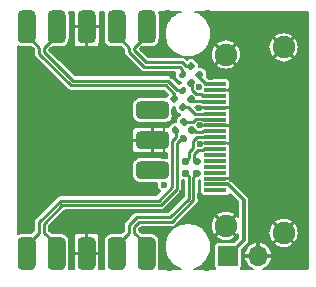
<source format=gbr>
%TF.GenerationSoftware,KiCad,Pcbnew,(5.1.9)-1*%
%TF.CreationDate,2021-02-17T22:30:47-05:00*%
%TF.ProjectId,dvi-sock,6476692d-736f-4636-9b2e-6b696361645f,rev?*%
%TF.SameCoordinates,Original*%
%TF.FileFunction,Copper,L1,Top*%
%TF.FilePolarity,Positive*%
%FSLAX46Y46*%
G04 Gerber Fmt 4.6, Leading zero omitted, Abs format (unit mm)*
G04 Created by KiCad (PCBNEW (5.1.9)-1) date 2021-02-17 22:30:47*
%MOMM*%
%LPD*%
G01*
G04 APERTURE LIST*
%TA.AperFunction,ComponentPad*%
%ADD10C,1.900000*%
%TD*%
%TA.AperFunction,SMDPad,CuDef*%
%ADD11R,1.900000X0.300000*%
%TD*%
%TA.AperFunction,ComponentPad*%
%ADD12R,1.700000X1.700000*%
%TD*%
%TA.AperFunction,ComponentPad*%
%ADD13O,1.700000X1.700000*%
%TD*%
%TA.AperFunction,ComponentPad*%
%ADD14C,0.600000*%
%TD*%
%TA.AperFunction,ViaPad*%
%ADD15C,0.600000*%
%TD*%
%TA.AperFunction,Conductor*%
%ADD16C,0.100000*%
%TD*%
%TA.AperFunction,Conductor*%
%ADD17C,0.250000*%
%TD*%
%TA.AperFunction,Conductor*%
%ADD18C,0.130000*%
%TD*%
%TA.AperFunction,Conductor*%
%ADD19C,0.200000*%
%TD*%
%TA.AperFunction,Conductor*%
%ADD20C,0.300000*%
%TD*%
%TA.AperFunction,Conductor*%
%ADD21C,0.152400*%
%TD*%
G04 APERTURE END LIST*
D10*
%TO.P,J4,SH*%
%TO.N,GND*%
X164599960Y-77149400D03*
X164599960Y-92849400D03*
X159699960Y-77749400D03*
X159699960Y-92249400D03*
D11*
%TO.P,J4,19*%
%TO.N,Net-(J4-Pad19)*%
X158799960Y-89249400D03*
%TO.P,J4,18*%
%TO.N,+5V*%
X158799960Y-88749400D03*
%TO.P,J4,17*%
%TO.N,GND*%
X158799960Y-88249400D03*
%TO.P,J4,16*%
%TO.N,Net-(J4-Pad16)*%
X158799960Y-87749400D03*
%TO.P,J4,15*%
%TO.N,Net-(J4-Pad15)*%
X158799960Y-87249400D03*
%TO.P,J4,14*%
%TO.N,Net-(J4-Pad14)*%
X158799960Y-86749400D03*
%TO.P,J4,13*%
%TO.N,Net-(J4-Pad13)*%
X158799960Y-86249400D03*
%TO.P,J4,12*%
%TO.N,/CK-*%
X158799960Y-85749400D03*
%TO.P,J4,11*%
%TO.N,GND*%
X158799960Y-85249400D03*
%TO.P,J4,10*%
%TO.N,/CK+*%
X158799960Y-84749400D03*
%TO.P,J4,9*%
%TO.N,/D0-*%
X158799960Y-84249400D03*
%TO.P,J4,8*%
%TO.N,GND*%
X158799960Y-83749400D03*
%TO.P,J4,7*%
%TO.N,/D0+*%
X158799960Y-83249400D03*
%TO.P,J4,6*%
%TO.N,/D1-*%
X158799960Y-82749400D03*
%TO.P,J4,5*%
%TO.N,GND*%
X158799960Y-82249400D03*
%TO.P,J4,4*%
%TO.N,/D1+*%
X158799960Y-81749400D03*
%TO.P,J4,3*%
%TO.N,/D2-*%
X158799960Y-81249400D03*
%TO.P,J4,2*%
%TO.N,GND*%
X158799960Y-80749400D03*
%TO.P,J4,1*%
%TO.N,/D2+*%
X158799960Y-80249400D03*
%TD*%
D12*
%TO.P,J5,1*%
%TO.N,+5V*%
X159900620Y-94800420D03*
D13*
%TO.P,J5,2*%
%TO.N,GND*%
X162440620Y-94800420D03*
%TD*%
%TO.P,J1,1*%
%TO.N,/PICO_D0+*%
%TA.AperFunction,ComponentPad*%
G36*
G01*
X142077440Y-95620260D02*
X142077440Y-93582260D01*
G75*
G02*
X142458440Y-93201260I381000J0D01*
G01*
X143220440Y-93201260D01*
G75*
G02*
X143601440Y-93582260I0J-381000D01*
G01*
X143601440Y-95620260D01*
G75*
G02*
X143220440Y-96001260I-381000J0D01*
G01*
X142458440Y-96001260D01*
G75*
G02*
X142077440Y-95620260I0J381000D01*
G01*
G37*
%TD.AperFunction*%
D14*
X142839440Y-95501260D03*
%TO.P,J1,2*%
%TO.N,/PICO_D0-*%
%TA.AperFunction,ComponentPad*%
G36*
G01*
X144617440Y-95620260D02*
X144617440Y-93582260D01*
G75*
G02*
X144998440Y-93201260I381000J0D01*
G01*
X145760440Y-93201260D01*
G75*
G02*
X146141440Y-93582260I0J-381000D01*
G01*
X146141440Y-95620260D01*
G75*
G02*
X145760440Y-96001260I-381000J0D01*
G01*
X144998440Y-96001260D01*
G75*
G02*
X144617440Y-95620260I0J381000D01*
G01*
G37*
%TD.AperFunction*%
X145379440Y-95501260D03*
%TO.P,J1,3*%
%TO.N,GND*%
X147919440Y-95501260D03*
%TA.AperFunction,ComponentPad*%
G36*
G01*
X147157440Y-95620260D02*
X147157440Y-93582260D01*
G75*
G02*
X147538440Y-93201260I381000J0D01*
G01*
X148300440Y-93201260D01*
G75*
G02*
X148681440Y-93582260I0J-381000D01*
G01*
X148681440Y-95620260D01*
G75*
G02*
X148300440Y-96001260I-381000J0D01*
G01*
X147538440Y-96001260D01*
G75*
G02*
X147157440Y-95620260I0J381000D01*
G01*
G37*
%TD.AperFunction*%
%TO.P,J1,4*%
%TO.N,/PICO_CK+*%
%TA.AperFunction,ComponentPad*%
G36*
G01*
X149697440Y-95620260D02*
X149697440Y-93582260D01*
G75*
G02*
X150078440Y-93201260I381000J0D01*
G01*
X150840440Y-93201260D01*
G75*
G02*
X151221440Y-93582260I0J-381000D01*
G01*
X151221440Y-95620260D01*
G75*
G02*
X150840440Y-96001260I-381000J0D01*
G01*
X150078440Y-96001260D01*
G75*
G02*
X149697440Y-95620260I0J381000D01*
G01*
G37*
%TD.AperFunction*%
X150459440Y-95501260D03*
%TO.P,J1,5*%
%TO.N,/PICO_CK-*%
%TA.AperFunction,ComponentPad*%
G36*
G01*
X152237440Y-95620260D02*
X152237440Y-93582260D01*
G75*
G02*
X152618440Y-93201260I381000J0D01*
G01*
X153380440Y-93201260D01*
G75*
G02*
X153761440Y-93582260I0J-381000D01*
G01*
X153761440Y-95620260D01*
G75*
G02*
X153380440Y-96001260I-381000J0D01*
G01*
X152618440Y-96001260D01*
G75*
G02*
X152237440Y-95620260I0J381000D01*
G01*
G37*
%TD.AperFunction*%
X152999440Y-95501260D03*
%TD*%
%TO.P,J3,1*%
%TO.N,Net-(J3-Pad1)*%
X154403860Y-87536020D03*
%TA.AperFunction,ComponentPad*%
G36*
G01*
X154522860Y-88298020D02*
X152484860Y-88298020D01*
G75*
G02*
X152103860Y-87917020I0J381000D01*
G01*
X152103860Y-87155020D01*
G75*
G02*
X152484860Y-86774020I381000J0D01*
G01*
X154522860Y-86774020D01*
G75*
G02*
X154903860Y-87155020I0J-381000D01*
G01*
X154903860Y-87917020D01*
G75*
G02*
X154522860Y-88298020I-381000J0D01*
G01*
G37*
%TD.AperFunction*%
%TO.P,J3,2*%
%TO.N,GND*%
%TA.AperFunction,ComponentPad*%
G36*
G01*
X154522860Y-85758020D02*
X152484860Y-85758020D01*
G75*
G02*
X152103860Y-85377020I0J381000D01*
G01*
X152103860Y-84615020D01*
G75*
G02*
X152484860Y-84234020I381000J0D01*
G01*
X154522860Y-84234020D01*
G75*
G02*
X154903860Y-84615020I0J-381000D01*
G01*
X154903860Y-85377020D01*
G75*
G02*
X154522860Y-85758020I-381000J0D01*
G01*
G37*
%TD.AperFunction*%
X154403860Y-84996020D03*
%TO.P,J3,3*%
%TO.N,Net-(J3-Pad3)*%
%TA.AperFunction,ComponentPad*%
G36*
G01*
X154522860Y-83218020D02*
X152484860Y-83218020D01*
G75*
G02*
X152103860Y-82837020I0J381000D01*
G01*
X152103860Y-82075020D01*
G75*
G02*
X152484860Y-81694020I381000J0D01*
G01*
X154522860Y-81694020D01*
G75*
G02*
X154903860Y-82075020I0J-381000D01*
G01*
X154903860Y-82837020D01*
G75*
G02*
X154522860Y-83218020I-381000J0D01*
G01*
G37*
%TD.AperFunction*%
X154403860Y-82456020D03*
%TD*%
%TO.P,J2,1*%
%TO.N,/PICO_D2+*%
%TA.AperFunction,ComponentPad*%
G36*
G01*
X153763980Y-74381940D02*
X153763980Y-76419940D01*
G75*
G02*
X153382980Y-76800940I-381000J0D01*
G01*
X152620980Y-76800940D01*
G75*
G02*
X152239980Y-76419940I0J381000D01*
G01*
X152239980Y-74381940D01*
G75*
G02*
X152620980Y-74000940I381000J0D01*
G01*
X153382980Y-74000940D01*
G75*
G02*
X153763980Y-74381940I0J-381000D01*
G01*
G37*
%TD.AperFunction*%
X153001980Y-74500940D03*
%TO.P,J2,2*%
%TO.N,/PICO_D2-*%
%TA.AperFunction,ComponentPad*%
G36*
G01*
X151223980Y-74381940D02*
X151223980Y-76419940D01*
G75*
G02*
X150842980Y-76800940I-381000J0D01*
G01*
X150080980Y-76800940D01*
G75*
G02*
X149699980Y-76419940I0J381000D01*
G01*
X149699980Y-74381940D01*
G75*
G02*
X150080980Y-74000940I381000J0D01*
G01*
X150842980Y-74000940D01*
G75*
G02*
X151223980Y-74381940I0J-381000D01*
G01*
G37*
%TD.AperFunction*%
X150461980Y-74500940D03*
%TO.P,J2,3*%
%TO.N,GND*%
X147921980Y-74500940D03*
%TA.AperFunction,ComponentPad*%
G36*
G01*
X148683980Y-74381940D02*
X148683980Y-76419940D01*
G75*
G02*
X148302980Y-76800940I-381000J0D01*
G01*
X147540980Y-76800940D01*
G75*
G02*
X147159980Y-76419940I0J381000D01*
G01*
X147159980Y-74381940D01*
G75*
G02*
X147540980Y-74000940I381000J0D01*
G01*
X148302980Y-74000940D01*
G75*
G02*
X148683980Y-74381940I0J-381000D01*
G01*
G37*
%TD.AperFunction*%
%TO.P,J2,4*%
%TO.N,/PICO_D1+*%
%TA.AperFunction,ComponentPad*%
G36*
G01*
X146143980Y-74381940D02*
X146143980Y-76419940D01*
G75*
G02*
X145762980Y-76800940I-381000J0D01*
G01*
X145000980Y-76800940D01*
G75*
G02*
X144619980Y-76419940I0J381000D01*
G01*
X144619980Y-74381940D01*
G75*
G02*
X145000980Y-74000940I381000J0D01*
G01*
X145762980Y-74000940D01*
G75*
G02*
X146143980Y-74381940I0J-381000D01*
G01*
G37*
%TD.AperFunction*%
X145381980Y-74500940D03*
%TO.P,J2,5*%
%TO.N,/PICO_D1-*%
%TA.AperFunction,ComponentPad*%
G36*
G01*
X143603980Y-74381940D02*
X143603980Y-76419940D01*
G75*
G02*
X143222980Y-76800940I-381000J0D01*
G01*
X142460980Y-76800940D01*
G75*
G02*
X142079980Y-76419940I0J381000D01*
G01*
X142079980Y-74381940D01*
G75*
G02*
X142460980Y-74000940I381000J0D01*
G01*
X143222980Y-74000940D01*
G75*
G02*
X143603980Y-74381940I0J-381000D01*
G01*
G37*
%TD.AperFunction*%
X142841980Y-74500940D03*
%TD*%
%TO.P,R8,2*%
%TO.N,/CK-*%
%TA.AperFunction,SMDPad,CuDef*%
G36*
G01*
X157433860Y-87059800D02*
X157063860Y-87059800D01*
G75*
G02*
X156928860Y-86924800I0J135000D01*
G01*
X156928860Y-86654800D01*
G75*
G02*
X157063860Y-86519800I135000J0D01*
G01*
X157433860Y-86519800D01*
G75*
G02*
X157568860Y-86654800I0J-135000D01*
G01*
X157568860Y-86924800D01*
G75*
G02*
X157433860Y-87059800I-135000J0D01*
G01*
G37*
%TD.AperFunction*%
%TO.P,R8,1*%
%TO.N,/PICO_CK-*%
%TA.AperFunction,SMDPad,CuDef*%
G36*
G01*
X157433860Y-88079800D02*
X157063860Y-88079800D01*
G75*
G02*
X156928860Y-87944800I0J135000D01*
G01*
X156928860Y-87674800D01*
G75*
G02*
X157063860Y-87539800I135000J0D01*
G01*
X157433860Y-87539800D01*
G75*
G02*
X157568860Y-87674800I0J-135000D01*
G01*
X157568860Y-87944800D01*
G75*
G02*
X157433860Y-88079800I-135000J0D01*
G01*
G37*
%TD.AperFunction*%
%TD*%
%TO.P,R7,2*%
%TO.N,/CK+*%
%TA.AperFunction,SMDPad,CuDef*%
G36*
G01*
X156483900Y-87059800D02*
X156113900Y-87059800D01*
G75*
G02*
X155978900Y-86924800I0J135000D01*
G01*
X155978900Y-86654800D01*
G75*
G02*
X156113900Y-86519800I135000J0D01*
G01*
X156483900Y-86519800D01*
G75*
G02*
X156618900Y-86654800I0J-135000D01*
G01*
X156618900Y-86924800D01*
G75*
G02*
X156483900Y-87059800I-135000J0D01*
G01*
G37*
%TD.AperFunction*%
%TO.P,R7,1*%
%TO.N,/PICO_CK+*%
%TA.AperFunction,SMDPad,CuDef*%
G36*
G01*
X156483900Y-88079800D02*
X156113900Y-88079800D01*
G75*
G02*
X155978900Y-87944800I0J135000D01*
G01*
X155978900Y-87674800D01*
G75*
G02*
X156113900Y-87539800I135000J0D01*
G01*
X156483900Y-87539800D01*
G75*
G02*
X156618900Y-87674800I0J-135000D01*
G01*
X156618900Y-87944800D01*
G75*
G02*
X156483900Y-88079800I-135000J0D01*
G01*
G37*
%TD.AperFunction*%
%TD*%
%TO.P,R1,2*%
%TO.N,/D2+*%
%TA.AperFunction,SMDPad,CuDef*%
G36*
G01*
X157137891Y-79401200D02*
X157399520Y-79139571D01*
G75*
G02*
X157590438Y-79139571I95459J-95459D01*
G01*
X157781357Y-79330490D01*
G75*
G02*
X157781357Y-79521408I-95459J-95459D01*
G01*
X157519728Y-79783037D01*
G75*
G02*
X157328810Y-79783037I-95459J95459D01*
G01*
X157137891Y-79592118D01*
G75*
G02*
X157137891Y-79401200I95459J95459D01*
G01*
G37*
%TD.AperFunction*%
%TO.P,R1,1*%
%TO.N,/PICO_D2+*%
%TA.AperFunction,SMDPad,CuDef*%
G36*
G01*
X156416643Y-78679952D02*
X156678272Y-78418323D01*
G75*
G02*
X156869190Y-78418323I95459J-95459D01*
G01*
X157060109Y-78609242D01*
G75*
G02*
X157060109Y-78800160I-95459J-95459D01*
G01*
X156798480Y-79061789D01*
G75*
G02*
X156607562Y-79061789I-95459J95459D01*
G01*
X156416643Y-78870870D01*
G75*
G02*
X156416643Y-78679952I95459J95459D01*
G01*
G37*
%TD.AperFunction*%
%TD*%
%TO.P,R2,2*%
%TO.N,/D2-*%
%TA.AperFunction,SMDPad,CuDef*%
G36*
G01*
X156436851Y-80099700D02*
X156698480Y-79838071D01*
G75*
G02*
X156889398Y-79838071I95459J-95459D01*
G01*
X157080317Y-80028990D01*
G75*
G02*
X157080317Y-80219908I-95459J-95459D01*
G01*
X156818688Y-80481537D01*
G75*
G02*
X156627770Y-80481537I-95459J95459D01*
G01*
X156436851Y-80290618D01*
G75*
G02*
X156436851Y-80099700I95459J95459D01*
G01*
G37*
%TD.AperFunction*%
%TO.P,R2,1*%
%TO.N,/PICO_D2-*%
%TA.AperFunction,SMDPad,CuDef*%
G36*
G01*
X155715603Y-79378452D02*
X155977232Y-79116823D01*
G75*
G02*
X156168150Y-79116823I95459J-95459D01*
G01*
X156359069Y-79307742D01*
G75*
G02*
X156359069Y-79498660I-95459J-95459D01*
G01*
X156097440Y-79760289D01*
G75*
G02*
X155906522Y-79760289I-95459J95459D01*
G01*
X155715603Y-79569370D01*
G75*
G02*
X155715603Y-79378452I95459J95459D01*
G01*
G37*
%TD.AperFunction*%
%TD*%
%TO.P,R4,2*%
%TO.N,/D1-*%
%TA.AperFunction,SMDPad,CuDef*%
G36*
G01*
X155738351Y-82149480D02*
X155999980Y-81887851D01*
G75*
G02*
X156190898Y-81887851I95459J-95459D01*
G01*
X156381817Y-82078770D01*
G75*
G02*
X156381817Y-82269688I-95459J-95459D01*
G01*
X156120188Y-82531317D01*
G75*
G02*
X155929270Y-82531317I-95459J95459D01*
G01*
X155738351Y-82340398D01*
G75*
G02*
X155738351Y-82149480I95459J95459D01*
G01*
G37*
%TD.AperFunction*%
%TO.P,R4,1*%
%TO.N,/PICO_D1-*%
%TA.AperFunction,SMDPad,CuDef*%
G36*
G01*
X155017103Y-81428232D02*
X155278732Y-81166603D01*
G75*
G02*
X155469650Y-81166603I95459J-95459D01*
G01*
X155660569Y-81357522D01*
G75*
G02*
X155660569Y-81548440I-95459J-95459D01*
G01*
X155398940Y-81810069D01*
G75*
G02*
X155208022Y-81810069I-95459J95459D01*
G01*
X155017103Y-81619150D01*
G75*
G02*
X155017103Y-81428232I95459J95459D01*
G01*
G37*
%TD.AperFunction*%
%TD*%
%TO.P,R3,2*%
%TO.N,/D1+*%
%TA.AperFunction,SMDPad,CuDef*%
G36*
G01*
X156439391Y-81450980D02*
X156701020Y-81189351D01*
G75*
G02*
X156891938Y-81189351I95459J-95459D01*
G01*
X157082857Y-81380270D01*
G75*
G02*
X157082857Y-81571188I-95459J-95459D01*
G01*
X156821228Y-81832817D01*
G75*
G02*
X156630310Y-81832817I-95459J95459D01*
G01*
X156439391Y-81641898D01*
G75*
G02*
X156439391Y-81450980I95459J95459D01*
G01*
G37*
%TD.AperFunction*%
%TO.P,R3,1*%
%TO.N,/PICO_D1+*%
%TA.AperFunction,SMDPad,CuDef*%
G36*
G01*
X155718143Y-80729732D02*
X155979772Y-80468103D01*
G75*
G02*
X156170690Y-80468103I95459J-95459D01*
G01*
X156361609Y-80659022D01*
G75*
G02*
X156361609Y-80849940I-95459J-95459D01*
G01*
X156099980Y-81111569D01*
G75*
G02*
X155909062Y-81111569I-95459J95459D01*
G01*
X155718143Y-80920650D01*
G75*
G02*
X155718143Y-80729732I95459J95459D01*
G01*
G37*
%TD.AperFunction*%
%TD*%
%TO.P,R6,2*%
%TO.N,/D0-*%
%TA.AperFunction,SMDPad,CuDef*%
G36*
G01*
X156800080Y-84461829D02*
X156538451Y-84200200D01*
G75*
G02*
X156538451Y-84009282I95459J95459D01*
G01*
X156729370Y-83818363D01*
G75*
G02*
X156920288Y-83818363I95459J-95459D01*
G01*
X157181917Y-84079992D01*
G75*
G02*
X157181917Y-84270910I-95459J-95459D01*
G01*
X156990998Y-84461829D01*
G75*
G02*
X156800080Y-84461829I-95459J95459D01*
G01*
G37*
%TD.AperFunction*%
%TO.P,R6,1*%
%TO.N,/PICO_D0-*%
%TA.AperFunction,SMDPad,CuDef*%
G36*
G01*
X156078832Y-85183077D02*
X155817203Y-84921448D01*
G75*
G02*
X155817203Y-84730530I95459J95459D01*
G01*
X156008122Y-84539611D01*
G75*
G02*
X156199040Y-84539611I95459J-95459D01*
G01*
X156460669Y-84801240D01*
G75*
G02*
X156460669Y-84992158I-95459J-95459D01*
G01*
X156269750Y-85183077D01*
G75*
G02*
X156078832Y-85183077I-95459J95459D01*
G01*
G37*
%TD.AperFunction*%
%TD*%
%TO.P,R5,1*%
%TO.N,/PICO_D0+*%
%TA.AperFunction,SMDPad,CuDef*%
G36*
G01*
X155377792Y-84484577D02*
X155116163Y-84222948D01*
G75*
G02*
X155116163Y-84032030I95459J95459D01*
G01*
X155307082Y-83841111D01*
G75*
G02*
X155498000Y-83841111I95459J-95459D01*
G01*
X155759629Y-84102740D01*
G75*
G02*
X155759629Y-84293658I-95459J-95459D01*
G01*
X155568710Y-84484577D01*
G75*
G02*
X155377792Y-84484577I-95459J95459D01*
G01*
G37*
%TD.AperFunction*%
%TO.P,R5,2*%
%TO.N,/D0+*%
%TA.AperFunction,SMDPad,CuDef*%
G36*
G01*
X156099040Y-83763329D02*
X155837411Y-83501700D01*
G75*
G02*
X155837411Y-83310782I95459J95459D01*
G01*
X156028330Y-83119863D01*
G75*
G02*
X156219248Y-83119863I95459J-95459D01*
G01*
X156480877Y-83381492D01*
G75*
G02*
X156480877Y-83572410I-95459J-95459D01*
G01*
X156289958Y-83763329D01*
G75*
G02*
X156099040Y-83763329I-95459J95459D01*
G01*
G37*
%TD.AperFunction*%
%TD*%
D15*
%TO.N,*%
X154500000Y-88800000D03*
%TO.N,GND*%
X155350000Y-82600000D03*
X143260000Y-77370000D03*
X156010000Y-89470000D03*
X158440000Y-79620000D03*
X154500000Y-86300000D03*
X150950000Y-92570000D03*
X160250000Y-83750000D03*
X157430000Y-80520000D03*
X157540000Y-89750000D03*
X160250000Y-82250000D03*
X160250000Y-80750000D03*
X160250000Y-88250000D03*
X157450000Y-82250000D03*
X154800000Y-74250000D03*
X152600000Y-92600000D03*
X157500000Y-83750000D03*
X154600000Y-81200000D03*
X143300000Y-92500000D03*
X142300000Y-85000000D03*
X154950000Y-95800000D03*
X144900000Y-92500000D03*
X152670000Y-77280000D03*
X155250000Y-79600000D03*
X158200000Y-74250000D03*
X154500000Y-83700000D03*
X160250000Y-85250000D03*
X161820000Y-90350000D03*
X157500000Y-85300000D03*
X160590000Y-90340000D03*
X158100000Y-95800000D03*
X144990000Y-77350000D03*
X150950000Y-77440000D03*
%TD*%
D16*
%TO.N,/PICO_CK-*%
X153000000Y-94600000D02*
X153000000Y-94600000D01*
X157250000Y-87810000D02*
X157250000Y-87810000D01*
D17*
X153000000Y-93900000D02*
X151920000Y-92820000D01*
X151920000Y-92348700D02*
X152378700Y-91890000D01*
X151920000Y-92820000D02*
X151920000Y-92348700D01*
X155178700Y-91890000D02*
X156965000Y-90103700D01*
X156965000Y-90103700D02*
X156965000Y-88095000D01*
X153000000Y-93900000D02*
X153168700Y-93900000D01*
X152378700Y-91890000D02*
X155178700Y-91890000D01*
X156965000Y-88095000D02*
X157250000Y-87810000D01*
D16*
%TO.N,/PICO_CK+*%
X150460000Y-94600000D02*
X150460000Y-94600000D01*
X156300000Y-87810000D02*
X156300000Y-87810000D01*
D17*
X150460000Y-93900000D02*
X151540000Y-92820000D01*
X155021300Y-91510000D02*
X156585000Y-89946300D01*
X151540000Y-92191300D02*
X152221300Y-91510000D01*
X156585000Y-89946300D02*
X156585000Y-88095000D01*
X151540000Y-92820000D02*
X151540000Y-92191300D01*
X156585000Y-88095000D02*
X156300000Y-87810000D01*
X152221300Y-91510000D02*
X155021300Y-91510000D01*
D16*
%TO.N,GND*%
X147920000Y-94600000D02*
X147920000Y-94600000D01*
X147920000Y-75400000D02*
X147920000Y-75400000D01*
X153500000Y-85000000D02*
X153500000Y-85000000D01*
D18*
X154400000Y-85000000D02*
X154500000Y-85100000D01*
X154400000Y-85000000D02*
X154500000Y-84900000D01*
X147920000Y-76100000D02*
X147920000Y-77180000D01*
X147920000Y-93900000D02*
X147920000Y-92870000D01*
D19*
X154500000Y-85100000D02*
X154500000Y-86300000D01*
X154500000Y-84900000D02*
X154500000Y-83700000D01*
D16*
%TO.N,/PICO_D0-*%
X145380000Y-94600000D02*
X145380000Y-94600000D01*
X156139380Y-84860620D02*
X156139380Y-84860620D01*
D17*
X155540000Y-89128700D02*
X155540000Y-85210000D01*
X154178700Y-90490000D02*
X155540000Y-89128700D01*
X155889380Y-84860620D02*
X156139380Y-84860620D01*
X144300000Y-92068700D02*
X145878700Y-90490000D01*
X145878700Y-90490000D02*
X154178700Y-90490000D01*
X145380000Y-93900000D02*
X144300000Y-92820000D01*
X144300000Y-92820000D02*
X144300000Y-92068700D01*
X155540000Y-85210000D02*
X155889380Y-84860620D01*
D16*
%TO.N,/PICO_D0+*%
X142840000Y-94600000D02*
X142840000Y-94600000D01*
X155439380Y-84160620D02*
X155439380Y-84160620D01*
D17*
X143920000Y-92820000D02*
X143920000Y-91911300D01*
X155500000Y-84712570D02*
X155500000Y-84221250D01*
X155500000Y-84221250D02*
X155439380Y-84160620D01*
X155159980Y-88971320D02*
X155159980Y-85052590D01*
X143920000Y-91911300D02*
X145721300Y-90110000D01*
X145721300Y-90110000D02*
X154021300Y-90110000D01*
X142840000Y-93900000D02*
X143920000Y-92820000D01*
X155159980Y-85052590D02*
X155500000Y-84712570D01*
X154021300Y-90110000D02*
X155159980Y-88971320D01*
D16*
%TO.N,/PICO_D1-*%
X142840000Y-75400000D02*
X142840000Y-75400000D01*
X155339380Y-81489380D02*
X155339380Y-81489380D01*
D17*
X142840000Y-76100000D02*
X143920000Y-77180000D01*
X143920000Y-77688700D02*
X146571300Y-80340000D01*
X154621300Y-80340000D02*
X155339380Y-81058080D01*
X146571300Y-80340000D02*
X154621300Y-80340000D01*
X143920000Y-77180000D02*
X143920000Y-77688700D01*
X155339380Y-81058080D02*
X155339380Y-81489380D01*
D16*
%TO.N,/PICO_D1+*%
X156039380Y-80789380D02*
X156039380Y-80789380D01*
X145380000Y-75400000D02*
X145380000Y-75400000D01*
D17*
X155608080Y-80789380D02*
X156039380Y-80789380D01*
X154778700Y-79960000D02*
X155608080Y-80789380D01*
X144300000Y-77531300D02*
X146728700Y-79960000D01*
X144300000Y-77180000D02*
X144300000Y-77531300D01*
X146728700Y-79960000D02*
X154778700Y-79960000D01*
X145380000Y-76100000D02*
X144300000Y-77180000D01*
D16*
%TO.N,/PICO_D2-*%
X156039380Y-79439380D02*
X156039380Y-79439380D01*
X150460000Y-75400000D02*
X150460000Y-75400000D01*
D17*
X156039380Y-79008080D02*
X156039380Y-79439380D01*
X155821300Y-78790000D02*
X156039380Y-79008080D01*
X151540000Y-77180000D02*
X151540000Y-77558700D01*
X150460000Y-76100000D02*
X151540000Y-77180000D01*
X151540000Y-77558700D02*
X152771300Y-78790000D01*
X152771300Y-78790000D02*
X155821300Y-78790000D01*
D16*
%TO.N,/PICO_D2+*%
X156739380Y-78739380D02*
X156739380Y-78739380D01*
X153000000Y-75400000D02*
X153000000Y-75400000D01*
D17*
X151920000Y-77180000D02*
X151920000Y-77401300D01*
X151920000Y-77401300D02*
X152928700Y-78410000D01*
X156308080Y-78739380D02*
X156739380Y-78739380D01*
X152928700Y-78410000D02*
X155978700Y-78410000D01*
X153000000Y-76100000D02*
X151920000Y-77180000D01*
X155978700Y-78410000D02*
X156308080Y-78739380D01*
D16*
%TO.N,Net-(J3-Pad3)*%
X153500000Y-82460000D02*
X153500000Y-82460000D01*
%TO.N,Net-(J3-Pad1)*%
X153500000Y-87540000D02*
X153500000Y-87540000D01*
%TO.N,/D2+*%
X157460620Y-79460620D02*
X157460620Y-79460620D01*
D17*
X157460620Y-79689210D02*
X158021420Y-80250000D01*
X157460620Y-79460620D02*
X157460620Y-79689210D01*
X158021420Y-80250000D02*
X158800000Y-80250000D01*
D16*
%TO.N,/D2-*%
X156760620Y-80160620D02*
X156760620Y-80160620D01*
D17*
X156760620Y-80160620D02*
X156967960Y-80160620D01*
X156874990Y-80786410D02*
X157163590Y-81075010D01*
X157605010Y-81075010D02*
X157780000Y-81250000D01*
X156967960Y-80160620D02*
X156874990Y-80253590D01*
X156874990Y-80253590D02*
X156874990Y-80786410D01*
X157163590Y-81075010D02*
X157605010Y-81075010D01*
X157780000Y-81250000D02*
X158800000Y-81250000D01*
D16*
%TO.N,/D1+*%
X156760620Y-81510620D02*
X156760620Y-81510620D01*
D17*
X156760620Y-81510620D02*
X156944990Y-81694990D01*
X157716410Y-81694990D02*
X157771420Y-81750000D01*
X156944990Y-81694990D02*
X157716410Y-81694990D01*
X157771420Y-81750000D02*
X158800000Y-81750000D01*
D16*
%TO.N,/D1-*%
X156060620Y-82210620D02*
X156060620Y-82210620D01*
D17*
X157716410Y-82805010D02*
X157771420Y-82750000D01*
X156491920Y-82210620D02*
X157086310Y-82805010D01*
X156060620Y-82210620D02*
X156491920Y-82210620D01*
X157771420Y-82750000D02*
X158800000Y-82750000D01*
X157086310Y-82805010D02*
X157716410Y-82805010D01*
D16*
%TO.N,/D0+*%
X156160620Y-83439380D02*
X156160620Y-83439380D01*
D17*
X157760020Y-83250000D02*
X157705010Y-83194990D01*
X157205010Y-83194990D02*
X156960620Y-83439380D01*
X156960620Y-83439380D02*
X156160620Y-83439380D01*
X158800000Y-83250000D02*
X157760020Y-83250000D01*
X157705010Y-83194990D02*
X157205010Y-83194990D01*
D16*
%TO.N,/D0-*%
X156860620Y-84139380D02*
X156860620Y-84139380D01*
D17*
X157183590Y-84305010D02*
X157394990Y-84305010D01*
X157771420Y-84250000D02*
X158800000Y-84250000D01*
X157716410Y-84305010D02*
X157771420Y-84250000D01*
X156860620Y-84139380D02*
X157017960Y-84139380D01*
X157183590Y-84305010D02*
X157716410Y-84305010D01*
X157017960Y-84139380D02*
X157183590Y-84305010D01*
D16*
%TO.N,/CK+*%
X156300000Y-86790000D02*
X156300000Y-86790000D01*
D17*
X156939300Y-85039300D02*
X156939300Y-85660700D01*
X156300000Y-86790000D02*
X156600000Y-86490000D01*
X157233600Y-84745000D02*
X158795000Y-84745000D01*
X156939300Y-85660700D02*
X156600000Y-86000000D01*
X158795000Y-84745000D02*
X158800000Y-84750000D01*
X156939300Y-85039300D02*
X157233600Y-84745000D01*
X156600000Y-86490000D02*
X156600000Y-86000000D01*
D16*
%TO.N,/CK-*%
X157250000Y-86790000D02*
X157250000Y-86790000D01*
D17*
X157250000Y-86790000D02*
X157000000Y-86540000D01*
X157871400Y-85750000D02*
X158800000Y-85750000D01*
X157766400Y-85855000D02*
X157871400Y-85750000D01*
X157000000Y-86540000D02*
X157000000Y-86200000D01*
X157000000Y-86200000D02*
X157345000Y-85855000D01*
X157345000Y-85855000D02*
X157766400Y-85855000D01*
D20*
%TO.N,+5V*%
X158800000Y-88750000D02*
X159904020Y-88750000D01*
X159904020Y-88750000D02*
X161220000Y-90065980D01*
X161220000Y-90065980D02*
X161220000Y-93480000D01*
X161220000Y-93480000D02*
X159900000Y-94800000D01*
%TD*%
D21*
%TO.N,GND*%
X156022832Y-88402628D02*
X156113900Y-88411597D01*
X156129801Y-88411597D01*
X156129800Y-89757750D01*
X154832751Y-91054800D01*
X152243657Y-91054800D01*
X152221300Y-91052598D01*
X152132065Y-91061387D01*
X152046260Y-91087416D01*
X151967181Y-91129684D01*
X151915233Y-91172316D01*
X151915228Y-91172321D01*
X151897868Y-91186568D01*
X151883620Y-91203929D01*
X151233934Y-91853617D01*
X151216569Y-91867868D01*
X151159685Y-91937181D01*
X151143007Y-91968384D01*
X151117417Y-92016260D01*
X151091387Y-92102066D01*
X151082599Y-92191300D01*
X151084801Y-92213659D01*
X151084800Y-92631450D01*
X150846218Y-92870032D01*
X150840440Y-92869463D01*
X150078440Y-92869463D01*
X149939380Y-92883159D01*
X149805664Y-92923721D01*
X149682431Y-92989591D01*
X149574416Y-93078236D01*
X149485771Y-93186251D01*
X149419901Y-93309484D01*
X149379339Y-93443200D01*
X149365643Y-93582260D01*
X149365643Y-95620260D01*
X149379339Y-95759320D01*
X149419901Y-95893036D01*
X149420844Y-95894800D01*
X149013104Y-95894800D01*
X149011640Y-94734610D01*
X148929090Y-94652060D01*
X147970240Y-94652060D01*
X147970240Y-94672060D01*
X147868640Y-94672060D01*
X147868640Y-94652060D01*
X146909790Y-94652060D01*
X146827240Y-94734610D01*
X146825776Y-95894800D01*
X146418036Y-95894800D01*
X146418979Y-95893036D01*
X146459541Y-95759320D01*
X146473237Y-95620260D01*
X146473237Y-93582260D01*
X146459541Y-93443200D01*
X146418979Y-93309484D01*
X146361132Y-93201260D01*
X146825642Y-93201260D01*
X146827240Y-94467910D01*
X146909790Y-94550460D01*
X147868640Y-94550460D01*
X147868640Y-92953610D01*
X147970240Y-92953610D01*
X147970240Y-94550460D01*
X148929090Y-94550460D01*
X149011640Y-94467910D01*
X149013238Y-93201260D01*
X149006863Y-93136529D01*
X148987981Y-93074286D01*
X148957320Y-93016923D01*
X148916057Y-92966643D01*
X148865777Y-92925380D01*
X148808414Y-92894719D01*
X148746171Y-92875837D01*
X148681440Y-92869462D01*
X148052790Y-92871060D01*
X147970240Y-92953610D01*
X147868640Y-92953610D01*
X147786090Y-92871060D01*
X147157440Y-92869462D01*
X147092709Y-92875837D01*
X147030466Y-92894719D01*
X146973103Y-92925380D01*
X146922823Y-92966643D01*
X146881560Y-93016923D01*
X146850899Y-93074286D01*
X146832017Y-93136529D01*
X146825642Y-93201260D01*
X146361132Y-93201260D01*
X146353109Y-93186251D01*
X146264464Y-93078236D01*
X146156449Y-92989591D01*
X146033216Y-92923721D01*
X145899500Y-92883159D01*
X145760440Y-92869463D01*
X144998440Y-92869463D01*
X144993681Y-92869932D01*
X144755200Y-92631451D01*
X144755200Y-92257249D01*
X146067250Y-90945200D01*
X154156351Y-90945200D01*
X154178700Y-90947401D01*
X154201049Y-90945200D01*
X154201057Y-90945200D01*
X154267935Y-90938613D01*
X154353740Y-90912584D01*
X154432819Y-90870316D01*
X154502132Y-90813432D01*
X154516388Y-90796061D01*
X155846067Y-89466383D01*
X155863432Y-89452132D01*
X155920316Y-89382819D01*
X155962584Y-89303740D01*
X155988613Y-89217935D01*
X155995200Y-89151057D01*
X155995200Y-89151049D01*
X155997401Y-89128700D01*
X155995200Y-89106351D01*
X155995200Y-88394246D01*
X156022832Y-88402628D01*
%TA.AperFunction,Conductor*%
D16*
G36*
X156022832Y-88402628D02*
G01*
X156113900Y-88411597D01*
X156129801Y-88411597D01*
X156129800Y-89757750D01*
X154832751Y-91054800D01*
X152243657Y-91054800D01*
X152221300Y-91052598D01*
X152132065Y-91061387D01*
X152046260Y-91087416D01*
X151967181Y-91129684D01*
X151915233Y-91172316D01*
X151915228Y-91172321D01*
X151897868Y-91186568D01*
X151883620Y-91203929D01*
X151233934Y-91853617D01*
X151216569Y-91867868D01*
X151159685Y-91937181D01*
X151143007Y-91968384D01*
X151117417Y-92016260D01*
X151091387Y-92102066D01*
X151082599Y-92191300D01*
X151084801Y-92213659D01*
X151084800Y-92631450D01*
X150846218Y-92870032D01*
X150840440Y-92869463D01*
X150078440Y-92869463D01*
X149939380Y-92883159D01*
X149805664Y-92923721D01*
X149682431Y-92989591D01*
X149574416Y-93078236D01*
X149485771Y-93186251D01*
X149419901Y-93309484D01*
X149379339Y-93443200D01*
X149365643Y-93582260D01*
X149365643Y-95620260D01*
X149379339Y-95759320D01*
X149419901Y-95893036D01*
X149420844Y-95894800D01*
X149013104Y-95894800D01*
X149011640Y-94734610D01*
X148929090Y-94652060D01*
X147970240Y-94652060D01*
X147970240Y-94672060D01*
X147868640Y-94672060D01*
X147868640Y-94652060D01*
X146909790Y-94652060D01*
X146827240Y-94734610D01*
X146825776Y-95894800D01*
X146418036Y-95894800D01*
X146418979Y-95893036D01*
X146459541Y-95759320D01*
X146473237Y-95620260D01*
X146473237Y-93582260D01*
X146459541Y-93443200D01*
X146418979Y-93309484D01*
X146361132Y-93201260D01*
X146825642Y-93201260D01*
X146827240Y-94467910D01*
X146909790Y-94550460D01*
X147868640Y-94550460D01*
X147868640Y-92953610D01*
X147970240Y-92953610D01*
X147970240Y-94550460D01*
X148929090Y-94550460D01*
X149011640Y-94467910D01*
X149013238Y-93201260D01*
X149006863Y-93136529D01*
X148987981Y-93074286D01*
X148957320Y-93016923D01*
X148916057Y-92966643D01*
X148865777Y-92925380D01*
X148808414Y-92894719D01*
X148746171Y-92875837D01*
X148681440Y-92869462D01*
X148052790Y-92871060D01*
X147970240Y-92953610D01*
X147868640Y-92953610D01*
X147786090Y-92871060D01*
X147157440Y-92869462D01*
X147092709Y-92875837D01*
X147030466Y-92894719D01*
X146973103Y-92925380D01*
X146922823Y-92966643D01*
X146881560Y-93016923D01*
X146850899Y-93074286D01*
X146832017Y-93136529D01*
X146825642Y-93201260D01*
X146361132Y-93201260D01*
X146353109Y-93186251D01*
X146264464Y-93078236D01*
X146156449Y-92989591D01*
X146033216Y-92923721D01*
X145899500Y-92883159D01*
X145760440Y-92869463D01*
X144998440Y-92869463D01*
X144993681Y-92869932D01*
X144755200Y-92631451D01*
X144755200Y-92257249D01*
X146067250Y-90945200D01*
X154156351Y-90945200D01*
X154178700Y-90947401D01*
X154201049Y-90945200D01*
X154201057Y-90945200D01*
X154267935Y-90938613D01*
X154353740Y-90912584D01*
X154432819Y-90870316D01*
X154502132Y-90813432D01*
X154516388Y-90796061D01*
X155846067Y-89466383D01*
X155863432Y-89452132D01*
X155920316Y-89382819D01*
X155962584Y-89303740D01*
X155988613Y-89217935D01*
X155995200Y-89151057D01*
X155995200Y-89151049D01*
X155997401Y-89128700D01*
X155995200Y-89106351D01*
X155995200Y-88394246D01*
X156022832Y-88402628D01*
G37*
%TD.AperFunction*%
D21*
X157524537Y-88464131D02*
X157535237Y-88499402D01*
X157524538Y-88534670D01*
X157518163Y-88599400D01*
X157518163Y-88899400D01*
X157524538Y-88964130D01*
X157535237Y-88999400D01*
X157524538Y-89034670D01*
X157518163Y-89099400D01*
X157518163Y-89399400D01*
X157524538Y-89464130D01*
X157543420Y-89526373D01*
X157574081Y-89583737D01*
X157615344Y-89634016D01*
X157665623Y-89675279D01*
X157722987Y-89705940D01*
X157785230Y-89724822D01*
X157849960Y-89731197D01*
X159749960Y-89731197D01*
X159814690Y-89724822D01*
X159876933Y-89705940D01*
X159934297Y-89675279D01*
X159984576Y-89634016D01*
X160025839Y-89583737D01*
X160037269Y-89562353D01*
X160739800Y-90264885D01*
X160739800Y-91518623D01*
X160586369Y-91434833D01*
X159771802Y-92249400D01*
X160586369Y-93063967D01*
X160739801Y-92980177D01*
X160739801Y-93281094D01*
X160402272Y-93618623D01*
X159050620Y-93618623D01*
X158985890Y-93624998D01*
X158923647Y-93643880D01*
X158866283Y-93674541D01*
X158816004Y-93715804D01*
X158774741Y-93766083D01*
X158744080Y-93823447D01*
X158725198Y-93885690D01*
X158718823Y-93950420D01*
X158718823Y-95650420D01*
X158725198Y-95715150D01*
X158744080Y-95777393D01*
X158774741Y-95834757D01*
X158816004Y-95885036D01*
X158827901Y-95894800D01*
X157049339Y-95894800D01*
X157065603Y-95890726D01*
X157072759Y-95888556D01*
X157248317Y-95825741D01*
X157255226Y-95822879D01*
X157423781Y-95743158D01*
X157430376Y-95739633D01*
X157590306Y-95643775D01*
X157596523Y-95639620D01*
X157746287Y-95528547D01*
X157752068Y-95523803D01*
X157890223Y-95398586D01*
X157895510Y-95393299D01*
X158020727Y-95255144D01*
X158025471Y-95249363D01*
X158136544Y-95099599D01*
X158140699Y-95093382D01*
X158236557Y-94933452D01*
X158240082Y-94926857D01*
X158319803Y-94758302D01*
X158322665Y-94751393D01*
X158385480Y-94575835D01*
X158387650Y-94568679D01*
X158432956Y-94387810D01*
X158434415Y-94380475D01*
X158461773Y-94196036D01*
X158462506Y-94188595D01*
X158471656Y-94002363D01*
X158471656Y-93994885D01*
X158462506Y-93808653D01*
X158461773Y-93801212D01*
X158434415Y-93616773D01*
X158432956Y-93609438D01*
X158387650Y-93428569D01*
X158385480Y-93421413D01*
X158322665Y-93245855D01*
X158319803Y-93238946D01*
X158271023Y-93135809D01*
X158885393Y-93135809D01*
X158985524Y-93319163D01*
X159207952Y-93437987D01*
X159449288Y-93511134D01*
X159700257Y-93535794D01*
X159951215Y-93511019D01*
X160192516Y-93437759D01*
X160414396Y-93319163D01*
X160514527Y-93135809D01*
X159699960Y-92321242D01*
X158885393Y-93135809D01*
X158271023Y-93135809D01*
X158240082Y-93070391D01*
X158236557Y-93063796D01*
X158140699Y-92903866D01*
X158136544Y-92897649D01*
X158025471Y-92747885D01*
X158020727Y-92742104D01*
X157895510Y-92603949D01*
X157890223Y-92598662D01*
X157752068Y-92473445D01*
X157746287Y-92468701D01*
X157596523Y-92357628D01*
X157590306Y-92353473D01*
X157430376Y-92257615D01*
X157423781Y-92254090D01*
X157414493Y-92249697D01*
X158413566Y-92249697D01*
X158438341Y-92500655D01*
X158511601Y-92741956D01*
X158630197Y-92963836D01*
X158813551Y-93063967D01*
X159628118Y-92249400D01*
X158813551Y-91434833D01*
X158630197Y-91534964D01*
X158511373Y-91757392D01*
X158438226Y-91998728D01*
X158413566Y-92249697D01*
X157414493Y-92249697D01*
X157255226Y-92174369D01*
X157248317Y-92171507D01*
X157072759Y-92108692D01*
X157065603Y-92106522D01*
X156884734Y-92061216D01*
X156877399Y-92059757D01*
X156692960Y-92032399D01*
X156685519Y-92031666D01*
X156499287Y-92022516D01*
X156491809Y-92022516D01*
X156305577Y-92031666D01*
X156298136Y-92032399D01*
X156113697Y-92059757D01*
X156106362Y-92061216D01*
X155925493Y-92106522D01*
X155918337Y-92108692D01*
X155742779Y-92171507D01*
X155735870Y-92174369D01*
X155567315Y-92254090D01*
X155560720Y-92257615D01*
X155400790Y-92353473D01*
X155394573Y-92357628D01*
X155244809Y-92468701D01*
X155239028Y-92473445D01*
X155100873Y-92598662D01*
X155095586Y-92603949D01*
X154970369Y-92742104D01*
X154965625Y-92747885D01*
X154854552Y-92897649D01*
X154850397Y-92903866D01*
X154754539Y-93063796D01*
X154751014Y-93070391D01*
X154671293Y-93238946D01*
X154668431Y-93245855D01*
X154605616Y-93421413D01*
X154603446Y-93428569D01*
X154558140Y-93609438D01*
X154556681Y-93616773D01*
X154529323Y-93801212D01*
X154528590Y-93808653D01*
X154519440Y-93994885D01*
X154519440Y-94002363D01*
X154528590Y-94188595D01*
X154529323Y-94196036D01*
X154556681Y-94380475D01*
X154558140Y-94387810D01*
X154603446Y-94568679D01*
X154605616Y-94575835D01*
X154668431Y-94751393D01*
X154671293Y-94758302D01*
X154751014Y-94926857D01*
X154754539Y-94933452D01*
X154850397Y-95093382D01*
X154854552Y-95099599D01*
X154965625Y-95249363D01*
X154970369Y-95255144D01*
X155095586Y-95393299D01*
X155100873Y-95398586D01*
X155239028Y-95523803D01*
X155244809Y-95528547D01*
X155394573Y-95639620D01*
X155400790Y-95643775D01*
X155560720Y-95739633D01*
X155567315Y-95743158D01*
X155735870Y-95822879D01*
X155742779Y-95825741D01*
X155918337Y-95888556D01*
X155925493Y-95890726D01*
X155941757Y-95894800D01*
X154038036Y-95894800D01*
X154038979Y-95893036D01*
X154079541Y-95759320D01*
X154093237Y-95620260D01*
X154093237Y-93582260D01*
X154079541Y-93443200D01*
X154038979Y-93309484D01*
X153973109Y-93186251D01*
X153884464Y-93078236D01*
X153776449Y-92989591D01*
X153653216Y-92923721D01*
X153519500Y-92883159D01*
X153380440Y-92869463D01*
X152618440Y-92869463D01*
X152613681Y-92869932D01*
X152375200Y-92631451D01*
X152375200Y-92537249D01*
X152567250Y-92345200D01*
X155156351Y-92345200D01*
X155178700Y-92347401D01*
X155201049Y-92345200D01*
X155201057Y-92345200D01*
X155267935Y-92338613D01*
X155353740Y-92312584D01*
X155432819Y-92270316D01*
X155502132Y-92213432D01*
X155516388Y-92196061D01*
X156349458Y-91362991D01*
X158885393Y-91362991D01*
X159699960Y-92177558D01*
X160514527Y-91362991D01*
X160414396Y-91179637D01*
X160191968Y-91060813D01*
X159950632Y-90987666D01*
X159699663Y-90963006D01*
X159448705Y-90987781D01*
X159207404Y-91061041D01*
X158985524Y-91179637D01*
X158885393Y-91362991D01*
X156349458Y-91362991D01*
X157271067Y-90441383D01*
X157288432Y-90427132D01*
X157345316Y-90357819D01*
X157387584Y-90278740D01*
X157413613Y-90192935D01*
X157420200Y-90126057D01*
X157420200Y-90126056D01*
X157422402Y-90103700D01*
X157420200Y-90081343D01*
X157420200Y-88411597D01*
X157433860Y-88411597D01*
X157518542Y-88403257D01*
X157524537Y-88464131D01*
%TA.AperFunction,Conductor*%
D16*
G36*
X157524537Y-88464131D02*
G01*
X157535237Y-88499402D01*
X157524538Y-88534670D01*
X157518163Y-88599400D01*
X157518163Y-88899400D01*
X157524538Y-88964130D01*
X157535237Y-88999400D01*
X157524538Y-89034670D01*
X157518163Y-89099400D01*
X157518163Y-89399400D01*
X157524538Y-89464130D01*
X157543420Y-89526373D01*
X157574081Y-89583737D01*
X157615344Y-89634016D01*
X157665623Y-89675279D01*
X157722987Y-89705940D01*
X157785230Y-89724822D01*
X157849960Y-89731197D01*
X159749960Y-89731197D01*
X159814690Y-89724822D01*
X159876933Y-89705940D01*
X159934297Y-89675279D01*
X159984576Y-89634016D01*
X160025839Y-89583737D01*
X160037269Y-89562353D01*
X160739800Y-90264885D01*
X160739800Y-91518623D01*
X160586369Y-91434833D01*
X159771802Y-92249400D01*
X160586369Y-93063967D01*
X160739801Y-92980177D01*
X160739801Y-93281094D01*
X160402272Y-93618623D01*
X159050620Y-93618623D01*
X158985890Y-93624998D01*
X158923647Y-93643880D01*
X158866283Y-93674541D01*
X158816004Y-93715804D01*
X158774741Y-93766083D01*
X158744080Y-93823447D01*
X158725198Y-93885690D01*
X158718823Y-93950420D01*
X158718823Y-95650420D01*
X158725198Y-95715150D01*
X158744080Y-95777393D01*
X158774741Y-95834757D01*
X158816004Y-95885036D01*
X158827901Y-95894800D01*
X157049339Y-95894800D01*
X157065603Y-95890726D01*
X157072759Y-95888556D01*
X157248317Y-95825741D01*
X157255226Y-95822879D01*
X157423781Y-95743158D01*
X157430376Y-95739633D01*
X157590306Y-95643775D01*
X157596523Y-95639620D01*
X157746287Y-95528547D01*
X157752068Y-95523803D01*
X157890223Y-95398586D01*
X157895510Y-95393299D01*
X158020727Y-95255144D01*
X158025471Y-95249363D01*
X158136544Y-95099599D01*
X158140699Y-95093382D01*
X158236557Y-94933452D01*
X158240082Y-94926857D01*
X158319803Y-94758302D01*
X158322665Y-94751393D01*
X158385480Y-94575835D01*
X158387650Y-94568679D01*
X158432956Y-94387810D01*
X158434415Y-94380475D01*
X158461773Y-94196036D01*
X158462506Y-94188595D01*
X158471656Y-94002363D01*
X158471656Y-93994885D01*
X158462506Y-93808653D01*
X158461773Y-93801212D01*
X158434415Y-93616773D01*
X158432956Y-93609438D01*
X158387650Y-93428569D01*
X158385480Y-93421413D01*
X158322665Y-93245855D01*
X158319803Y-93238946D01*
X158271023Y-93135809D01*
X158885393Y-93135809D01*
X158985524Y-93319163D01*
X159207952Y-93437987D01*
X159449288Y-93511134D01*
X159700257Y-93535794D01*
X159951215Y-93511019D01*
X160192516Y-93437759D01*
X160414396Y-93319163D01*
X160514527Y-93135809D01*
X159699960Y-92321242D01*
X158885393Y-93135809D01*
X158271023Y-93135809D01*
X158240082Y-93070391D01*
X158236557Y-93063796D01*
X158140699Y-92903866D01*
X158136544Y-92897649D01*
X158025471Y-92747885D01*
X158020727Y-92742104D01*
X157895510Y-92603949D01*
X157890223Y-92598662D01*
X157752068Y-92473445D01*
X157746287Y-92468701D01*
X157596523Y-92357628D01*
X157590306Y-92353473D01*
X157430376Y-92257615D01*
X157423781Y-92254090D01*
X157414493Y-92249697D01*
X158413566Y-92249697D01*
X158438341Y-92500655D01*
X158511601Y-92741956D01*
X158630197Y-92963836D01*
X158813551Y-93063967D01*
X159628118Y-92249400D01*
X158813551Y-91434833D01*
X158630197Y-91534964D01*
X158511373Y-91757392D01*
X158438226Y-91998728D01*
X158413566Y-92249697D01*
X157414493Y-92249697D01*
X157255226Y-92174369D01*
X157248317Y-92171507D01*
X157072759Y-92108692D01*
X157065603Y-92106522D01*
X156884734Y-92061216D01*
X156877399Y-92059757D01*
X156692960Y-92032399D01*
X156685519Y-92031666D01*
X156499287Y-92022516D01*
X156491809Y-92022516D01*
X156305577Y-92031666D01*
X156298136Y-92032399D01*
X156113697Y-92059757D01*
X156106362Y-92061216D01*
X155925493Y-92106522D01*
X155918337Y-92108692D01*
X155742779Y-92171507D01*
X155735870Y-92174369D01*
X155567315Y-92254090D01*
X155560720Y-92257615D01*
X155400790Y-92353473D01*
X155394573Y-92357628D01*
X155244809Y-92468701D01*
X155239028Y-92473445D01*
X155100873Y-92598662D01*
X155095586Y-92603949D01*
X154970369Y-92742104D01*
X154965625Y-92747885D01*
X154854552Y-92897649D01*
X154850397Y-92903866D01*
X154754539Y-93063796D01*
X154751014Y-93070391D01*
X154671293Y-93238946D01*
X154668431Y-93245855D01*
X154605616Y-93421413D01*
X154603446Y-93428569D01*
X154558140Y-93609438D01*
X154556681Y-93616773D01*
X154529323Y-93801212D01*
X154528590Y-93808653D01*
X154519440Y-93994885D01*
X154519440Y-94002363D01*
X154528590Y-94188595D01*
X154529323Y-94196036D01*
X154556681Y-94380475D01*
X154558140Y-94387810D01*
X154603446Y-94568679D01*
X154605616Y-94575835D01*
X154668431Y-94751393D01*
X154671293Y-94758302D01*
X154751014Y-94926857D01*
X154754539Y-94933452D01*
X154850397Y-95093382D01*
X154854552Y-95099599D01*
X154965625Y-95249363D01*
X154970369Y-95255144D01*
X155095586Y-95393299D01*
X155100873Y-95398586D01*
X155239028Y-95523803D01*
X155244809Y-95528547D01*
X155394573Y-95639620D01*
X155400790Y-95643775D01*
X155560720Y-95739633D01*
X155567315Y-95743158D01*
X155735870Y-95822879D01*
X155742779Y-95825741D01*
X155918337Y-95888556D01*
X155925493Y-95890726D01*
X155941757Y-95894800D01*
X154038036Y-95894800D01*
X154038979Y-95893036D01*
X154079541Y-95759320D01*
X154093237Y-95620260D01*
X154093237Y-93582260D01*
X154079541Y-93443200D01*
X154038979Y-93309484D01*
X153973109Y-93186251D01*
X153884464Y-93078236D01*
X153776449Y-92989591D01*
X153653216Y-92923721D01*
X153519500Y-92883159D01*
X153380440Y-92869463D01*
X152618440Y-92869463D01*
X152613681Y-92869932D01*
X152375200Y-92631451D01*
X152375200Y-92537249D01*
X152567250Y-92345200D01*
X155156351Y-92345200D01*
X155178700Y-92347401D01*
X155201049Y-92345200D01*
X155201057Y-92345200D01*
X155267935Y-92338613D01*
X155353740Y-92312584D01*
X155432819Y-92270316D01*
X155502132Y-92213432D01*
X155516388Y-92196061D01*
X156349458Y-91362991D01*
X158885393Y-91362991D01*
X159699960Y-92177558D01*
X160514527Y-91362991D01*
X160414396Y-91179637D01*
X160191968Y-91060813D01*
X159950632Y-90987666D01*
X159699663Y-90963006D01*
X159448705Y-90987781D01*
X159207404Y-91061041D01*
X158985524Y-91179637D01*
X158885393Y-91362991D01*
X156349458Y-91362991D01*
X157271067Y-90441383D01*
X157288432Y-90427132D01*
X157345316Y-90357819D01*
X157387584Y-90278740D01*
X157413613Y-90192935D01*
X157420200Y-90126057D01*
X157420200Y-90126056D01*
X157422402Y-90103700D01*
X157420200Y-90081343D01*
X157420200Y-88411597D01*
X157433860Y-88411597D01*
X157518542Y-88403257D01*
X157524537Y-88464131D01*
G37*
%TD.AperFunction*%
D21*
X155929736Y-74107896D02*
X155922580Y-74110066D01*
X155747022Y-74172881D01*
X155740113Y-74175743D01*
X155571558Y-74255464D01*
X155564963Y-74258989D01*
X155405033Y-74354847D01*
X155398816Y-74359002D01*
X155249052Y-74470075D01*
X155243271Y-74474819D01*
X155105116Y-74600036D01*
X155099829Y-74605323D01*
X154974612Y-74743478D01*
X154969868Y-74749259D01*
X154858795Y-74899023D01*
X154854640Y-74905240D01*
X154758782Y-75065170D01*
X154755257Y-75071765D01*
X154675536Y-75240320D01*
X154672674Y-75247229D01*
X154609859Y-75422787D01*
X154607689Y-75429943D01*
X154562383Y-75610812D01*
X154560924Y-75618147D01*
X154533566Y-75802586D01*
X154532833Y-75810027D01*
X154523683Y-75996259D01*
X154523683Y-76003737D01*
X154532833Y-76189969D01*
X154533566Y-76197410D01*
X154560924Y-76381849D01*
X154562383Y-76389184D01*
X154607689Y-76570053D01*
X154609859Y-76577209D01*
X154672674Y-76752767D01*
X154675536Y-76759676D01*
X154755257Y-76928231D01*
X154758782Y-76934826D01*
X154854640Y-77094756D01*
X154858795Y-77100973D01*
X154969868Y-77250737D01*
X154974612Y-77256518D01*
X155099829Y-77394673D01*
X155105116Y-77399960D01*
X155243271Y-77525177D01*
X155249052Y-77529921D01*
X155398816Y-77640994D01*
X155405033Y-77645149D01*
X155564963Y-77741007D01*
X155571558Y-77744532D01*
X155740113Y-77824253D01*
X155747022Y-77827115D01*
X155922580Y-77889930D01*
X155929736Y-77892100D01*
X156110605Y-77937406D01*
X156117940Y-77938865D01*
X156302379Y-77966223D01*
X156309820Y-77966956D01*
X156496052Y-77976106D01*
X156503530Y-77976106D01*
X156689762Y-77966956D01*
X156697203Y-77966223D01*
X156881642Y-77938865D01*
X156888977Y-77937406D01*
X157069846Y-77892100D01*
X157077002Y-77889930D01*
X157252560Y-77827115D01*
X157259469Y-77824253D01*
X157417103Y-77749697D01*
X158413566Y-77749697D01*
X158438341Y-78000655D01*
X158511601Y-78241956D01*
X158630197Y-78463836D01*
X158813551Y-78563967D01*
X159628118Y-77749400D01*
X159771802Y-77749400D01*
X160586369Y-78563967D01*
X160769723Y-78463836D01*
X160888547Y-78241408D01*
X160950862Y-78035809D01*
X163785393Y-78035809D01*
X163885524Y-78219163D01*
X164107952Y-78337987D01*
X164349288Y-78411134D01*
X164600257Y-78435794D01*
X164851215Y-78411019D01*
X165092516Y-78337759D01*
X165314396Y-78219163D01*
X165414527Y-78035809D01*
X164599960Y-77221242D01*
X163785393Y-78035809D01*
X160950862Y-78035809D01*
X160961694Y-78000072D01*
X160986354Y-77749103D01*
X160961579Y-77498145D01*
X160888319Y-77256844D01*
X160831049Y-77149697D01*
X163313566Y-77149697D01*
X163338341Y-77400655D01*
X163411601Y-77641956D01*
X163530197Y-77863836D01*
X163713551Y-77963967D01*
X164528118Y-77149400D01*
X164671802Y-77149400D01*
X165486369Y-77963967D01*
X165669723Y-77863836D01*
X165788547Y-77641408D01*
X165861694Y-77400072D01*
X165886354Y-77149103D01*
X165861579Y-76898145D01*
X165788319Y-76656844D01*
X165669723Y-76434964D01*
X165486369Y-76334833D01*
X164671802Y-77149400D01*
X164528118Y-77149400D01*
X163713551Y-76334833D01*
X163530197Y-76434964D01*
X163411373Y-76657392D01*
X163338226Y-76898728D01*
X163313566Y-77149697D01*
X160831049Y-77149697D01*
X160769723Y-77034964D01*
X160586369Y-76934833D01*
X159771802Y-77749400D01*
X159628118Y-77749400D01*
X158813551Y-76934833D01*
X158630197Y-77034964D01*
X158511373Y-77257392D01*
X158438226Y-77498728D01*
X158413566Y-77749697D01*
X157417103Y-77749697D01*
X157428024Y-77744532D01*
X157434619Y-77741007D01*
X157594549Y-77645149D01*
X157600766Y-77640994D01*
X157750530Y-77529921D01*
X157756311Y-77525177D01*
X157894466Y-77399960D01*
X157899753Y-77394673D01*
X158024970Y-77256518D01*
X158029714Y-77250737D01*
X158140787Y-77100973D01*
X158144942Y-77094756D01*
X158240800Y-76934826D01*
X158244325Y-76928231D01*
X158275181Y-76862991D01*
X158885393Y-76862991D01*
X159699960Y-77677558D01*
X160514527Y-76862991D01*
X160414396Y-76679637D01*
X160191968Y-76560813D01*
X159950632Y-76487666D01*
X159699663Y-76463006D01*
X159448705Y-76487781D01*
X159207404Y-76561041D01*
X158985524Y-76679637D01*
X158885393Y-76862991D01*
X158275181Y-76862991D01*
X158324046Y-76759676D01*
X158326908Y-76752767D01*
X158389723Y-76577209D01*
X158391893Y-76570053D01*
X158437199Y-76389184D01*
X158438658Y-76381849D01*
X158456288Y-76262991D01*
X163785393Y-76262991D01*
X164599960Y-77077558D01*
X165414527Y-76262991D01*
X165314396Y-76079637D01*
X165091968Y-75960813D01*
X164850632Y-75887666D01*
X164599663Y-75863006D01*
X164348705Y-75887781D01*
X164107404Y-75961041D01*
X163885524Y-76079637D01*
X163785393Y-76262991D01*
X158456288Y-76262991D01*
X158466016Y-76197410D01*
X158466749Y-76189969D01*
X158475899Y-76003737D01*
X158475899Y-75996259D01*
X158466749Y-75810027D01*
X158466016Y-75802586D01*
X158438658Y-75618147D01*
X158437199Y-75610812D01*
X158391893Y-75429943D01*
X158389723Y-75422787D01*
X158326908Y-75247229D01*
X158324046Y-75240320D01*
X158244325Y-75071765D01*
X158240800Y-75065170D01*
X158144942Y-74905240D01*
X158140787Y-74899023D01*
X158029714Y-74749259D01*
X158024970Y-74743478D01*
X157899753Y-74605323D01*
X157894466Y-74600036D01*
X157756311Y-74474819D01*
X157750530Y-74470075D01*
X157600766Y-74359002D01*
X157594549Y-74354847D01*
X157434619Y-74258989D01*
X157428024Y-74255464D01*
X157259469Y-74175743D01*
X157252560Y-74172881D01*
X157077002Y-74110066D01*
X157069846Y-74107896D01*
X157059083Y-74105200D01*
X166482628Y-74105200D01*
X166527796Y-74109629D01*
X166554527Y-74117699D01*
X166579191Y-74130813D01*
X166600828Y-74148460D01*
X166618634Y-74169983D01*
X166631916Y-74194549D01*
X166640175Y-74221227D01*
X166644800Y-74265236D01*
X166644801Y-95732618D01*
X166640371Y-95777796D01*
X166632300Y-95804529D01*
X166619189Y-95829188D01*
X166601539Y-95850828D01*
X166580015Y-95868635D01*
X166555453Y-95881916D01*
X166528773Y-95890175D01*
X166484764Y-95894800D01*
X162880510Y-95894800D01*
X162888132Y-95892488D01*
X163092585Y-95784199D01*
X163271983Y-95638104D01*
X163419433Y-95459817D01*
X163529267Y-95256190D01*
X163597265Y-95035048D01*
X163537179Y-94851220D01*
X162491420Y-94851220D01*
X162491420Y-94871220D01*
X162389820Y-94871220D01*
X162389820Y-94851220D01*
X161344061Y-94851220D01*
X161283975Y-95035048D01*
X161351973Y-95256190D01*
X161461807Y-95459817D01*
X161609257Y-95638104D01*
X161788655Y-95784199D01*
X161993108Y-95892488D01*
X162000730Y-95894800D01*
X160973339Y-95894800D01*
X160985236Y-95885036D01*
X161026499Y-95834757D01*
X161057160Y-95777393D01*
X161076042Y-95715150D01*
X161082417Y-95650420D01*
X161082417Y-94565792D01*
X161283975Y-94565792D01*
X161344061Y-94749620D01*
X162389820Y-94749620D01*
X162389820Y-93703946D01*
X162491420Y-93703946D01*
X162491420Y-94749620D01*
X163537179Y-94749620D01*
X163597265Y-94565792D01*
X163529267Y-94344650D01*
X163419433Y-94141023D01*
X163271983Y-93962736D01*
X163092585Y-93816641D01*
X162939972Y-93735809D01*
X163785393Y-93735809D01*
X163885524Y-93919163D01*
X164107952Y-94037987D01*
X164349288Y-94111134D01*
X164600257Y-94135794D01*
X164851215Y-94111019D01*
X165092516Y-94037759D01*
X165314396Y-93919163D01*
X165414527Y-93735809D01*
X164599960Y-92921242D01*
X163785393Y-93735809D01*
X162939972Y-93735809D01*
X162888132Y-93708352D01*
X162675247Y-93643778D01*
X162491420Y-93703946D01*
X162389820Y-93703946D01*
X162205993Y-93643778D01*
X161993108Y-93708352D01*
X161788655Y-93816641D01*
X161609257Y-93962736D01*
X161461807Y-94141023D01*
X161351973Y-94344650D01*
X161283975Y-94565792D01*
X161082417Y-94565792D01*
X161082417Y-94296688D01*
X161542876Y-93836229D01*
X161561195Y-93821195D01*
X161621203Y-93748075D01*
X161665793Y-93664654D01*
X161693251Y-93574136D01*
X161700200Y-93503585D01*
X161700200Y-93503577D01*
X161702522Y-93480000D01*
X161700200Y-93456423D01*
X161700200Y-92849697D01*
X163313566Y-92849697D01*
X163338341Y-93100655D01*
X163411601Y-93341956D01*
X163530197Y-93563836D01*
X163713551Y-93663967D01*
X164528118Y-92849400D01*
X164671802Y-92849400D01*
X165486369Y-93663967D01*
X165669723Y-93563836D01*
X165788547Y-93341408D01*
X165861694Y-93100072D01*
X165886354Y-92849103D01*
X165861579Y-92598145D01*
X165788319Y-92356844D01*
X165669723Y-92134964D01*
X165486369Y-92034833D01*
X164671802Y-92849400D01*
X164528118Y-92849400D01*
X163713551Y-92034833D01*
X163530197Y-92134964D01*
X163411373Y-92357392D01*
X163338226Y-92598728D01*
X163313566Y-92849697D01*
X161700200Y-92849697D01*
X161700200Y-91962991D01*
X163785393Y-91962991D01*
X164599960Y-92777558D01*
X165414527Y-91962991D01*
X165314396Y-91779637D01*
X165091968Y-91660813D01*
X164850632Y-91587666D01*
X164599663Y-91563006D01*
X164348705Y-91587781D01*
X164107404Y-91661041D01*
X163885524Y-91779637D01*
X163785393Y-91962991D01*
X161700200Y-91962991D01*
X161700200Y-90089557D01*
X161702522Y-90065980D01*
X161700200Y-90042403D01*
X161700200Y-90042395D01*
X161693251Y-89971844D01*
X161665793Y-89881326D01*
X161621203Y-89797905D01*
X161561195Y-89724785D01*
X161542876Y-89709751D01*
X160260253Y-88427129D01*
X160245215Y-88408805D01*
X160172095Y-88348797D01*
X160088674Y-88304207D01*
X159998156Y-88276749D01*
X159927605Y-88269800D01*
X159927597Y-88269800D01*
X159904020Y-88267478D01*
X159880443Y-88269800D01*
X159772268Y-88269800D01*
X159749960Y-88267603D01*
X158729160Y-88267603D01*
X158729160Y-88231197D01*
X159749960Y-88231197D01*
X159814690Y-88224822D01*
X159876933Y-88205940D01*
X159890665Y-88198600D01*
X159997610Y-88198600D01*
X160080160Y-88116050D01*
X160081758Y-88099400D01*
X160075383Y-88034669D01*
X160064683Y-87999398D01*
X160075382Y-87964130D01*
X160081757Y-87899400D01*
X160081757Y-87599400D01*
X160075382Y-87534670D01*
X160064683Y-87499400D01*
X160075382Y-87464130D01*
X160081757Y-87399400D01*
X160081757Y-87099400D01*
X160075382Y-87034670D01*
X160064683Y-86999400D01*
X160075382Y-86964130D01*
X160081757Y-86899400D01*
X160081757Y-86599400D01*
X160075382Y-86534670D01*
X160064683Y-86499400D01*
X160075382Y-86464130D01*
X160081757Y-86399400D01*
X160081757Y-86099400D01*
X160075382Y-86034670D01*
X160064683Y-85999400D01*
X160075382Y-85964130D01*
X160081757Y-85899400D01*
X160081757Y-85599400D01*
X160075382Y-85534670D01*
X160064683Y-85499402D01*
X160075383Y-85464131D01*
X160081758Y-85399400D01*
X160080160Y-85382750D01*
X159997610Y-85300200D01*
X159890665Y-85300200D01*
X159876933Y-85292860D01*
X159814690Y-85273978D01*
X159749960Y-85267603D01*
X157849960Y-85267603D01*
X157785230Y-85273978D01*
X157722987Y-85292860D01*
X157709255Y-85300200D01*
X157602310Y-85300200D01*
X157519760Y-85382750D01*
X157518162Y-85399400D01*
X157518201Y-85399800D01*
X157394500Y-85399800D01*
X157394500Y-85227849D01*
X157422149Y-85200200D01*
X157712248Y-85200200D01*
X157722987Y-85205940D01*
X157785230Y-85224822D01*
X157849960Y-85231197D01*
X159749960Y-85231197D01*
X159814690Y-85224822D01*
X159876933Y-85205940D01*
X159890665Y-85198600D01*
X159997610Y-85198600D01*
X160080160Y-85116050D01*
X160081758Y-85099400D01*
X160075383Y-85034669D01*
X160064683Y-84999398D01*
X160075382Y-84964130D01*
X160081757Y-84899400D01*
X160081757Y-84599400D01*
X160075382Y-84534670D01*
X160064683Y-84499400D01*
X160075382Y-84464130D01*
X160081757Y-84399400D01*
X160081757Y-84099400D01*
X160075382Y-84034670D01*
X160064683Y-83999402D01*
X160075383Y-83964131D01*
X160081758Y-83899400D01*
X160080160Y-83882750D01*
X159997610Y-83800200D01*
X159890665Y-83800200D01*
X159876933Y-83792860D01*
X159814690Y-83773978D01*
X159749960Y-83767603D01*
X157849960Y-83767603D01*
X157785230Y-83773978D01*
X157722987Y-83792860D01*
X157712647Y-83798387D01*
X157694237Y-83800200D01*
X157602310Y-83800200D01*
X157552700Y-83849810D01*
X157420172Y-83849810D01*
X157416533Y-83845376D01*
X157307453Y-83736296D01*
X157393559Y-83650190D01*
X157543083Y-83650190D01*
X157566320Y-83662610D01*
X157602310Y-83698600D01*
X157670742Y-83698600D01*
X157670785Y-83698613D01*
X157717975Y-83703261D01*
X157722987Y-83705940D01*
X157785230Y-83724822D01*
X157849960Y-83731197D01*
X159749960Y-83731197D01*
X159814690Y-83724822D01*
X159876933Y-83705940D01*
X159890665Y-83698600D01*
X159997610Y-83698600D01*
X160080160Y-83616050D01*
X160081758Y-83599400D01*
X160075383Y-83534669D01*
X160064683Y-83499398D01*
X160075382Y-83464130D01*
X160081757Y-83399400D01*
X160081757Y-83099400D01*
X160075382Y-83034670D01*
X160064683Y-82999400D01*
X160075382Y-82964130D01*
X160081757Y-82899400D01*
X160081757Y-82599400D01*
X160075382Y-82534670D01*
X160064683Y-82499402D01*
X160075383Y-82464131D01*
X160081758Y-82399400D01*
X160080160Y-82382750D01*
X159997610Y-82300200D01*
X159890665Y-82300200D01*
X159876933Y-82292860D01*
X159814690Y-82273978D01*
X159749960Y-82267603D01*
X157849960Y-82267603D01*
X157785230Y-82273978D01*
X157722987Y-82292860D01*
X157712647Y-82298387D01*
X157694237Y-82300200D01*
X157602310Y-82300200D01*
X157552700Y-82349810D01*
X157274860Y-82349810D01*
X157075239Y-82150190D01*
X157553900Y-82150190D01*
X157602310Y-82198600D01*
X157682142Y-82198600D01*
X157682185Y-82198613D01*
X157715399Y-82201884D01*
X157722987Y-82205940D01*
X157785230Y-82224822D01*
X157849960Y-82231197D01*
X159749960Y-82231197D01*
X159814690Y-82224822D01*
X159876933Y-82205940D01*
X159890665Y-82198600D01*
X159997610Y-82198600D01*
X160080160Y-82116050D01*
X160081758Y-82099400D01*
X160075383Y-82034669D01*
X160064683Y-81999398D01*
X160075382Y-81964130D01*
X160081757Y-81899400D01*
X160081757Y-81599400D01*
X160075382Y-81534670D01*
X160064683Y-81499400D01*
X160075382Y-81464130D01*
X160081757Y-81399400D01*
X160081757Y-81099400D01*
X160075382Y-81034670D01*
X160064683Y-80999402D01*
X160075383Y-80964131D01*
X160081758Y-80899400D01*
X160080160Y-80882750D01*
X159997610Y-80800200D01*
X159890665Y-80800200D01*
X159876933Y-80792860D01*
X159814690Y-80773978D01*
X159749960Y-80767603D01*
X158729160Y-80767603D01*
X158729160Y-80731197D01*
X159749960Y-80731197D01*
X159814690Y-80724822D01*
X159876933Y-80705940D01*
X159890665Y-80698600D01*
X159997610Y-80698600D01*
X160080160Y-80616050D01*
X160081758Y-80599400D01*
X160075383Y-80534669D01*
X160064683Y-80499398D01*
X160075382Y-80464130D01*
X160081757Y-80399400D01*
X160081757Y-80099400D01*
X160075382Y-80034670D01*
X160056500Y-79972427D01*
X160025839Y-79915063D01*
X159984576Y-79864784D01*
X159934297Y-79823521D01*
X159876933Y-79792860D01*
X159814690Y-79773978D01*
X159749960Y-79767603D01*
X158182770Y-79767603D01*
X158083231Y-79668066D01*
X158117162Y-79604584D01*
X158143726Y-79517017D01*
X158152695Y-79425949D01*
X158143726Y-79334881D01*
X158117162Y-79247314D01*
X158074026Y-79166610D01*
X158015973Y-79095874D01*
X157825054Y-78904955D01*
X157754318Y-78846902D01*
X157673614Y-78803766D01*
X157586047Y-78777202D01*
X157494979Y-78768233D01*
X157424506Y-78775174D01*
X157431447Y-78704701D01*
X157424663Y-78635809D01*
X158885393Y-78635809D01*
X158985524Y-78819163D01*
X159207952Y-78937987D01*
X159449288Y-79011134D01*
X159700257Y-79035794D01*
X159951215Y-79011019D01*
X160192516Y-78937759D01*
X160414396Y-78819163D01*
X160514527Y-78635809D01*
X159699960Y-77821242D01*
X158885393Y-78635809D01*
X157424663Y-78635809D01*
X157422478Y-78613633D01*
X157395914Y-78526066D01*
X157352778Y-78445362D01*
X157294725Y-78374626D01*
X157103806Y-78183707D01*
X157033070Y-78125654D01*
X156952366Y-78082518D01*
X156864799Y-78055954D01*
X156773731Y-78046985D01*
X156682663Y-78055954D01*
X156595096Y-78082518D01*
X156514392Y-78125654D01*
X156443656Y-78183707D01*
X156419906Y-78207457D01*
X156316388Y-78103939D01*
X156302132Y-78086568D01*
X156232819Y-78029684D01*
X156153740Y-77987416D01*
X156067935Y-77961387D01*
X156001057Y-77954800D01*
X156001049Y-77954800D01*
X155978700Y-77952599D01*
X155956351Y-77954800D01*
X153117250Y-77954800D01*
X152453099Y-77290650D01*
X152611906Y-77131843D01*
X152620980Y-77132737D01*
X153382980Y-77132737D01*
X153522040Y-77119041D01*
X153655756Y-77078479D01*
X153778989Y-77012609D01*
X153887004Y-76923964D01*
X153975649Y-76815949D01*
X154041519Y-76692716D01*
X154082081Y-76559000D01*
X154095777Y-76419940D01*
X154095777Y-74381940D01*
X154082081Y-74242880D01*
X154041519Y-74109164D01*
X154039400Y-74105200D01*
X155940499Y-74105200D01*
X155929736Y-74107896D01*
%TA.AperFunction,Conductor*%
D16*
G36*
X155929736Y-74107896D02*
G01*
X155922580Y-74110066D01*
X155747022Y-74172881D01*
X155740113Y-74175743D01*
X155571558Y-74255464D01*
X155564963Y-74258989D01*
X155405033Y-74354847D01*
X155398816Y-74359002D01*
X155249052Y-74470075D01*
X155243271Y-74474819D01*
X155105116Y-74600036D01*
X155099829Y-74605323D01*
X154974612Y-74743478D01*
X154969868Y-74749259D01*
X154858795Y-74899023D01*
X154854640Y-74905240D01*
X154758782Y-75065170D01*
X154755257Y-75071765D01*
X154675536Y-75240320D01*
X154672674Y-75247229D01*
X154609859Y-75422787D01*
X154607689Y-75429943D01*
X154562383Y-75610812D01*
X154560924Y-75618147D01*
X154533566Y-75802586D01*
X154532833Y-75810027D01*
X154523683Y-75996259D01*
X154523683Y-76003737D01*
X154532833Y-76189969D01*
X154533566Y-76197410D01*
X154560924Y-76381849D01*
X154562383Y-76389184D01*
X154607689Y-76570053D01*
X154609859Y-76577209D01*
X154672674Y-76752767D01*
X154675536Y-76759676D01*
X154755257Y-76928231D01*
X154758782Y-76934826D01*
X154854640Y-77094756D01*
X154858795Y-77100973D01*
X154969868Y-77250737D01*
X154974612Y-77256518D01*
X155099829Y-77394673D01*
X155105116Y-77399960D01*
X155243271Y-77525177D01*
X155249052Y-77529921D01*
X155398816Y-77640994D01*
X155405033Y-77645149D01*
X155564963Y-77741007D01*
X155571558Y-77744532D01*
X155740113Y-77824253D01*
X155747022Y-77827115D01*
X155922580Y-77889930D01*
X155929736Y-77892100D01*
X156110605Y-77937406D01*
X156117940Y-77938865D01*
X156302379Y-77966223D01*
X156309820Y-77966956D01*
X156496052Y-77976106D01*
X156503530Y-77976106D01*
X156689762Y-77966956D01*
X156697203Y-77966223D01*
X156881642Y-77938865D01*
X156888977Y-77937406D01*
X157069846Y-77892100D01*
X157077002Y-77889930D01*
X157252560Y-77827115D01*
X157259469Y-77824253D01*
X157417103Y-77749697D01*
X158413566Y-77749697D01*
X158438341Y-78000655D01*
X158511601Y-78241956D01*
X158630197Y-78463836D01*
X158813551Y-78563967D01*
X159628118Y-77749400D01*
X159771802Y-77749400D01*
X160586369Y-78563967D01*
X160769723Y-78463836D01*
X160888547Y-78241408D01*
X160950862Y-78035809D01*
X163785393Y-78035809D01*
X163885524Y-78219163D01*
X164107952Y-78337987D01*
X164349288Y-78411134D01*
X164600257Y-78435794D01*
X164851215Y-78411019D01*
X165092516Y-78337759D01*
X165314396Y-78219163D01*
X165414527Y-78035809D01*
X164599960Y-77221242D01*
X163785393Y-78035809D01*
X160950862Y-78035809D01*
X160961694Y-78000072D01*
X160986354Y-77749103D01*
X160961579Y-77498145D01*
X160888319Y-77256844D01*
X160831049Y-77149697D01*
X163313566Y-77149697D01*
X163338341Y-77400655D01*
X163411601Y-77641956D01*
X163530197Y-77863836D01*
X163713551Y-77963967D01*
X164528118Y-77149400D01*
X164671802Y-77149400D01*
X165486369Y-77963967D01*
X165669723Y-77863836D01*
X165788547Y-77641408D01*
X165861694Y-77400072D01*
X165886354Y-77149103D01*
X165861579Y-76898145D01*
X165788319Y-76656844D01*
X165669723Y-76434964D01*
X165486369Y-76334833D01*
X164671802Y-77149400D01*
X164528118Y-77149400D01*
X163713551Y-76334833D01*
X163530197Y-76434964D01*
X163411373Y-76657392D01*
X163338226Y-76898728D01*
X163313566Y-77149697D01*
X160831049Y-77149697D01*
X160769723Y-77034964D01*
X160586369Y-76934833D01*
X159771802Y-77749400D01*
X159628118Y-77749400D01*
X158813551Y-76934833D01*
X158630197Y-77034964D01*
X158511373Y-77257392D01*
X158438226Y-77498728D01*
X158413566Y-77749697D01*
X157417103Y-77749697D01*
X157428024Y-77744532D01*
X157434619Y-77741007D01*
X157594549Y-77645149D01*
X157600766Y-77640994D01*
X157750530Y-77529921D01*
X157756311Y-77525177D01*
X157894466Y-77399960D01*
X157899753Y-77394673D01*
X158024970Y-77256518D01*
X158029714Y-77250737D01*
X158140787Y-77100973D01*
X158144942Y-77094756D01*
X158240800Y-76934826D01*
X158244325Y-76928231D01*
X158275181Y-76862991D01*
X158885393Y-76862991D01*
X159699960Y-77677558D01*
X160514527Y-76862991D01*
X160414396Y-76679637D01*
X160191968Y-76560813D01*
X159950632Y-76487666D01*
X159699663Y-76463006D01*
X159448705Y-76487781D01*
X159207404Y-76561041D01*
X158985524Y-76679637D01*
X158885393Y-76862991D01*
X158275181Y-76862991D01*
X158324046Y-76759676D01*
X158326908Y-76752767D01*
X158389723Y-76577209D01*
X158391893Y-76570053D01*
X158437199Y-76389184D01*
X158438658Y-76381849D01*
X158456288Y-76262991D01*
X163785393Y-76262991D01*
X164599960Y-77077558D01*
X165414527Y-76262991D01*
X165314396Y-76079637D01*
X165091968Y-75960813D01*
X164850632Y-75887666D01*
X164599663Y-75863006D01*
X164348705Y-75887781D01*
X164107404Y-75961041D01*
X163885524Y-76079637D01*
X163785393Y-76262991D01*
X158456288Y-76262991D01*
X158466016Y-76197410D01*
X158466749Y-76189969D01*
X158475899Y-76003737D01*
X158475899Y-75996259D01*
X158466749Y-75810027D01*
X158466016Y-75802586D01*
X158438658Y-75618147D01*
X158437199Y-75610812D01*
X158391893Y-75429943D01*
X158389723Y-75422787D01*
X158326908Y-75247229D01*
X158324046Y-75240320D01*
X158244325Y-75071765D01*
X158240800Y-75065170D01*
X158144942Y-74905240D01*
X158140787Y-74899023D01*
X158029714Y-74749259D01*
X158024970Y-74743478D01*
X157899753Y-74605323D01*
X157894466Y-74600036D01*
X157756311Y-74474819D01*
X157750530Y-74470075D01*
X157600766Y-74359002D01*
X157594549Y-74354847D01*
X157434619Y-74258989D01*
X157428024Y-74255464D01*
X157259469Y-74175743D01*
X157252560Y-74172881D01*
X157077002Y-74110066D01*
X157069846Y-74107896D01*
X157059083Y-74105200D01*
X166482628Y-74105200D01*
X166527796Y-74109629D01*
X166554527Y-74117699D01*
X166579191Y-74130813D01*
X166600828Y-74148460D01*
X166618634Y-74169983D01*
X166631916Y-74194549D01*
X166640175Y-74221227D01*
X166644800Y-74265236D01*
X166644801Y-95732618D01*
X166640371Y-95777796D01*
X166632300Y-95804529D01*
X166619189Y-95829188D01*
X166601539Y-95850828D01*
X166580015Y-95868635D01*
X166555453Y-95881916D01*
X166528773Y-95890175D01*
X166484764Y-95894800D01*
X162880510Y-95894800D01*
X162888132Y-95892488D01*
X163092585Y-95784199D01*
X163271983Y-95638104D01*
X163419433Y-95459817D01*
X163529267Y-95256190D01*
X163597265Y-95035048D01*
X163537179Y-94851220D01*
X162491420Y-94851220D01*
X162491420Y-94871220D01*
X162389820Y-94871220D01*
X162389820Y-94851220D01*
X161344061Y-94851220D01*
X161283975Y-95035048D01*
X161351973Y-95256190D01*
X161461807Y-95459817D01*
X161609257Y-95638104D01*
X161788655Y-95784199D01*
X161993108Y-95892488D01*
X162000730Y-95894800D01*
X160973339Y-95894800D01*
X160985236Y-95885036D01*
X161026499Y-95834757D01*
X161057160Y-95777393D01*
X161076042Y-95715150D01*
X161082417Y-95650420D01*
X161082417Y-94565792D01*
X161283975Y-94565792D01*
X161344061Y-94749620D01*
X162389820Y-94749620D01*
X162389820Y-93703946D01*
X162491420Y-93703946D01*
X162491420Y-94749620D01*
X163537179Y-94749620D01*
X163597265Y-94565792D01*
X163529267Y-94344650D01*
X163419433Y-94141023D01*
X163271983Y-93962736D01*
X163092585Y-93816641D01*
X162939972Y-93735809D01*
X163785393Y-93735809D01*
X163885524Y-93919163D01*
X164107952Y-94037987D01*
X164349288Y-94111134D01*
X164600257Y-94135794D01*
X164851215Y-94111019D01*
X165092516Y-94037759D01*
X165314396Y-93919163D01*
X165414527Y-93735809D01*
X164599960Y-92921242D01*
X163785393Y-93735809D01*
X162939972Y-93735809D01*
X162888132Y-93708352D01*
X162675247Y-93643778D01*
X162491420Y-93703946D01*
X162389820Y-93703946D01*
X162205993Y-93643778D01*
X161993108Y-93708352D01*
X161788655Y-93816641D01*
X161609257Y-93962736D01*
X161461807Y-94141023D01*
X161351973Y-94344650D01*
X161283975Y-94565792D01*
X161082417Y-94565792D01*
X161082417Y-94296688D01*
X161542876Y-93836229D01*
X161561195Y-93821195D01*
X161621203Y-93748075D01*
X161665793Y-93664654D01*
X161693251Y-93574136D01*
X161700200Y-93503585D01*
X161700200Y-93503577D01*
X161702522Y-93480000D01*
X161700200Y-93456423D01*
X161700200Y-92849697D01*
X163313566Y-92849697D01*
X163338341Y-93100655D01*
X163411601Y-93341956D01*
X163530197Y-93563836D01*
X163713551Y-93663967D01*
X164528118Y-92849400D01*
X164671802Y-92849400D01*
X165486369Y-93663967D01*
X165669723Y-93563836D01*
X165788547Y-93341408D01*
X165861694Y-93100072D01*
X165886354Y-92849103D01*
X165861579Y-92598145D01*
X165788319Y-92356844D01*
X165669723Y-92134964D01*
X165486369Y-92034833D01*
X164671802Y-92849400D01*
X164528118Y-92849400D01*
X163713551Y-92034833D01*
X163530197Y-92134964D01*
X163411373Y-92357392D01*
X163338226Y-92598728D01*
X163313566Y-92849697D01*
X161700200Y-92849697D01*
X161700200Y-91962991D01*
X163785393Y-91962991D01*
X164599960Y-92777558D01*
X165414527Y-91962991D01*
X165314396Y-91779637D01*
X165091968Y-91660813D01*
X164850632Y-91587666D01*
X164599663Y-91563006D01*
X164348705Y-91587781D01*
X164107404Y-91661041D01*
X163885524Y-91779637D01*
X163785393Y-91962991D01*
X161700200Y-91962991D01*
X161700200Y-90089557D01*
X161702522Y-90065980D01*
X161700200Y-90042403D01*
X161700200Y-90042395D01*
X161693251Y-89971844D01*
X161665793Y-89881326D01*
X161621203Y-89797905D01*
X161561195Y-89724785D01*
X161542876Y-89709751D01*
X160260253Y-88427129D01*
X160245215Y-88408805D01*
X160172095Y-88348797D01*
X160088674Y-88304207D01*
X159998156Y-88276749D01*
X159927605Y-88269800D01*
X159927597Y-88269800D01*
X159904020Y-88267478D01*
X159880443Y-88269800D01*
X159772268Y-88269800D01*
X159749960Y-88267603D01*
X158729160Y-88267603D01*
X158729160Y-88231197D01*
X159749960Y-88231197D01*
X159814690Y-88224822D01*
X159876933Y-88205940D01*
X159890665Y-88198600D01*
X159997610Y-88198600D01*
X160080160Y-88116050D01*
X160081758Y-88099400D01*
X160075383Y-88034669D01*
X160064683Y-87999398D01*
X160075382Y-87964130D01*
X160081757Y-87899400D01*
X160081757Y-87599400D01*
X160075382Y-87534670D01*
X160064683Y-87499400D01*
X160075382Y-87464130D01*
X160081757Y-87399400D01*
X160081757Y-87099400D01*
X160075382Y-87034670D01*
X160064683Y-86999400D01*
X160075382Y-86964130D01*
X160081757Y-86899400D01*
X160081757Y-86599400D01*
X160075382Y-86534670D01*
X160064683Y-86499400D01*
X160075382Y-86464130D01*
X160081757Y-86399400D01*
X160081757Y-86099400D01*
X160075382Y-86034670D01*
X160064683Y-85999400D01*
X160075382Y-85964130D01*
X160081757Y-85899400D01*
X160081757Y-85599400D01*
X160075382Y-85534670D01*
X160064683Y-85499402D01*
X160075383Y-85464131D01*
X160081758Y-85399400D01*
X160080160Y-85382750D01*
X159997610Y-85300200D01*
X159890665Y-85300200D01*
X159876933Y-85292860D01*
X159814690Y-85273978D01*
X159749960Y-85267603D01*
X157849960Y-85267603D01*
X157785230Y-85273978D01*
X157722987Y-85292860D01*
X157709255Y-85300200D01*
X157602310Y-85300200D01*
X157519760Y-85382750D01*
X157518162Y-85399400D01*
X157518201Y-85399800D01*
X157394500Y-85399800D01*
X157394500Y-85227849D01*
X157422149Y-85200200D01*
X157712248Y-85200200D01*
X157722987Y-85205940D01*
X157785230Y-85224822D01*
X157849960Y-85231197D01*
X159749960Y-85231197D01*
X159814690Y-85224822D01*
X159876933Y-85205940D01*
X159890665Y-85198600D01*
X159997610Y-85198600D01*
X160080160Y-85116050D01*
X160081758Y-85099400D01*
X160075383Y-85034669D01*
X160064683Y-84999398D01*
X160075382Y-84964130D01*
X160081757Y-84899400D01*
X160081757Y-84599400D01*
X160075382Y-84534670D01*
X160064683Y-84499400D01*
X160075382Y-84464130D01*
X160081757Y-84399400D01*
X160081757Y-84099400D01*
X160075382Y-84034670D01*
X160064683Y-83999402D01*
X160075383Y-83964131D01*
X160081758Y-83899400D01*
X160080160Y-83882750D01*
X159997610Y-83800200D01*
X159890665Y-83800200D01*
X159876933Y-83792860D01*
X159814690Y-83773978D01*
X159749960Y-83767603D01*
X157849960Y-83767603D01*
X157785230Y-83773978D01*
X157722987Y-83792860D01*
X157712647Y-83798387D01*
X157694237Y-83800200D01*
X157602310Y-83800200D01*
X157552700Y-83849810D01*
X157420172Y-83849810D01*
X157416533Y-83845376D01*
X157307453Y-83736296D01*
X157393559Y-83650190D01*
X157543083Y-83650190D01*
X157566320Y-83662610D01*
X157602310Y-83698600D01*
X157670742Y-83698600D01*
X157670785Y-83698613D01*
X157717975Y-83703261D01*
X157722987Y-83705940D01*
X157785230Y-83724822D01*
X157849960Y-83731197D01*
X159749960Y-83731197D01*
X159814690Y-83724822D01*
X159876933Y-83705940D01*
X159890665Y-83698600D01*
X159997610Y-83698600D01*
X160080160Y-83616050D01*
X160081758Y-83599400D01*
X160075383Y-83534669D01*
X160064683Y-83499398D01*
X160075382Y-83464130D01*
X160081757Y-83399400D01*
X160081757Y-83099400D01*
X160075382Y-83034670D01*
X160064683Y-82999400D01*
X160075382Y-82964130D01*
X160081757Y-82899400D01*
X160081757Y-82599400D01*
X160075382Y-82534670D01*
X160064683Y-82499402D01*
X160075383Y-82464131D01*
X160081758Y-82399400D01*
X160080160Y-82382750D01*
X159997610Y-82300200D01*
X159890665Y-82300200D01*
X159876933Y-82292860D01*
X159814690Y-82273978D01*
X159749960Y-82267603D01*
X157849960Y-82267603D01*
X157785230Y-82273978D01*
X157722987Y-82292860D01*
X157712647Y-82298387D01*
X157694237Y-82300200D01*
X157602310Y-82300200D01*
X157552700Y-82349810D01*
X157274860Y-82349810D01*
X157075239Y-82150190D01*
X157553900Y-82150190D01*
X157602310Y-82198600D01*
X157682142Y-82198600D01*
X157682185Y-82198613D01*
X157715399Y-82201884D01*
X157722987Y-82205940D01*
X157785230Y-82224822D01*
X157849960Y-82231197D01*
X159749960Y-82231197D01*
X159814690Y-82224822D01*
X159876933Y-82205940D01*
X159890665Y-82198600D01*
X159997610Y-82198600D01*
X160080160Y-82116050D01*
X160081758Y-82099400D01*
X160075383Y-82034669D01*
X160064683Y-81999398D01*
X160075382Y-81964130D01*
X160081757Y-81899400D01*
X160081757Y-81599400D01*
X160075382Y-81534670D01*
X160064683Y-81499400D01*
X160075382Y-81464130D01*
X160081757Y-81399400D01*
X160081757Y-81099400D01*
X160075382Y-81034670D01*
X160064683Y-80999402D01*
X160075383Y-80964131D01*
X160081758Y-80899400D01*
X160080160Y-80882750D01*
X159997610Y-80800200D01*
X159890665Y-80800200D01*
X159876933Y-80792860D01*
X159814690Y-80773978D01*
X159749960Y-80767603D01*
X158729160Y-80767603D01*
X158729160Y-80731197D01*
X159749960Y-80731197D01*
X159814690Y-80724822D01*
X159876933Y-80705940D01*
X159890665Y-80698600D01*
X159997610Y-80698600D01*
X160080160Y-80616050D01*
X160081758Y-80599400D01*
X160075383Y-80534669D01*
X160064683Y-80499398D01*
X160075382Y-80464130D01*
X160081757Y-80399400D01*
X160081757Y-80099400D01*
X160075382Y-80034670D01*
X160056500Y-79972427D01*
X160025839Y-79915063D01*
X159984576Y-79864784D01*
X159934297Y-79823521D01*
X159876933Y-79792860D01*
X159814690Y-79773978D01*
X159749960Y-79767603D01*
X158182770Y-79767603D01*
X158083231Y-79668066D01*
X158117162Y-79604584D01*
X158143726Y-79517017D01*
X158152695Y-79425949D01*
X158143726Y-79334881D01*
X158117162Y-79247314D01*
X158074026Y-79166610D01*
X158015973Y-79095874D01*
X157825054Y-78904955D01*
X157754318Y-78846902D01*
X157673614Y-78803766D01*
X157586047Y-78777202D01*
X157494979Y-78768233D01*
X157424506Y-78775174D01*
X157431447Y-78704701D01*
X157424663Y-78635809D01*
X158885393Y-78635809D01*
X158985524Y-78819163D01*
X159207952Y-78937987D01*
X159449288Y-79011134D01*
X159700257Y-79035794D01*
X159951215Y-79011019D01*
X160192516Y-78937759D01*
X160414396Y-78819163D01*
X160514527Y-78635809D01*
X159699960Y-77821242D01*
X158885393Y-78635809D01*
X157424663Y-78635809D01*
X157422478Y-78613633D01*
X157395914Y-78526066D01*
X157352778Y-78445362D01*
X157294725Y-78374626D01*
X157103806Y-78183707D01*
X157033070Y-78125654D01*
X156952366Y-78082518D01*
X156864799Y-78055954D01*
X156773731Y-78046985D01*
X156682663Y-78055954D01*
X156595096Y-78082518D01*
X156514392Y-78125654D01*
X156443656Y-78183707D01*
X156419906Y-78207457D01*
X156316388Y-78103939D01*
X156302132Y-78086568D01*
X156232819Y-78029684D01*
X156153740Y-77987416D01*
X156067935Y-77961387D01*
X156001057Y-77954800D01*
X156001049Y-77954800D01*
X155978700Y-77952599D01*
X155956351Y-77954800D01*
X153117250Y-77954800D01*
X152453099Y-77290650D01*
X152611906Y-77131843D01*
X152620980Y-77132737D01*
X153382980Y-77132737D01*
X153522040Y-77119041D01*
X153655756Y-77078479D01*
X153778989Y-77012609D01*
X153887004Y-76923964D01*
X153975649Y-76815949D01*
X154041519Y-76692716D01*
X154082081Y-76559000D01*
X154095777Y-76419940D01*
X154095777Y-74381940D01*
X154082081Y-74242880D01*
X154041519Y-74109164D01*
X154039400Y-74105200D01*
X155940499Y-74105200D01*
X155929736Y-74107896D01*
G37*
%TD.AperFunction*%
D21*
X142188204Y-77078479D02*
X142321920Y-77119041D01*
X142460980Y-77132737D01*
X143222980Y-77132737D01*
X143228449Y-77132198D01*
X143464800Y-77368550D01*
X143464801Y-77666342D01*
X143462599Y-77688700D01*
X143471387Y-77777934D01*
X143494684Y-77854732D01*
X143497417Y-77863740D01*
X143539685Y-77942819D01*
X143596569Y-78012132D01*
X143613935Y-78026384D01*
X146233616Y-80646066D01*
X146247868Y-80663432D01*
X146317181Y-80720316D01*
X146396260Y-80762584D01*
X146482065Y-80788613D01*
X146548943Y-80795200D01*
X146548952Y-80795200D01*
X146571299Y-80797401D01*
X146593646Y-80795200D01*
X154432751Y-80795200D01*
X154806827Y-81169276D01*
X154782487Y-81193616D01*
X154724434Y-81264352D01*
X154681298Y-81345056D01*
X154671092Y-81378701D01*
X154661920Y-81375919D01*
X154522860Y-81362223D01*
X152484860Y-81362223D01*
X152345800Y-81375919D01*
X152212084Y-81416481D01*
X152088851Y-81482351D01*
X151980836Y-81570996D01*
X151892191Y-81679011D01*
X151826321Y-81802244D01*
X151785759Y-81935960D01*
X151772063Y-82075020D01*
X151772063Y-82837020D01*
X151785759Y-82976080D01*
X151826321Y-83109796D01*
X151892191Y-83233029D01*
X151980836Y-83341044D01*
X152088851Y-83429689D01*
X152212084Y-83495559D01*
X152345800Y-83536121D01*
X152484860Y-83549817D01*
X154522860Y-83549817D01*
X154661920Y-83536121D01*
X154795636Y-83495559D01*
X154918869Y-83429689D01*
X155026884Y-83341044D01*
X155115529Y-83233029D01*
X155181399Y-83109796D01*
X155221961Y-82976080D01*
X155235657Y-82837020D01*
X155235657Y-82174727D01*
X155303481Y-82181407D01*
X155373954Y-82174466D01*
X155367013Y-82244939D01*
X155375982Y-82336007D01*
X155402546Y-82423574D01*
X155445682Y-82504278D01*
X155503735Y-82575014D01*
X155694654Y-82765933D01*
X155765390Y-82823986D01*
X155827747Y-82857316D01*
X155793714Y-82885247D01*
X155602795Y-83076166D01*
X155544742Y-83146902D01*
X155501606Y-83227606D01*
X155475042Y-83315173D01*
X155466073Y-83406241D01*
X155473014Y-83476714D01*
X155402541Y-83469773D01*
X155311473Y-83478742D01*
X155223906Y-83505306D01*
X155143202Y-83548442D01*
X155072466Y-83606495D01*
X154881547Y-83797414D01*
X154823494Y-83868150D01*
X154805216Y-83902346D01*
X153637210Y-83903820D01*
X153554660Y-83986370D01*
X153554660Y-84945220D01*
X153574660Y-84945220D01*
X153574660Y-85046820D01*
X153554660Y-85046820D01*
X153554660Y-86005670D01*
X153637210Y-86088220D01*
X154704781Y-86089567D01*
X154704781Y-86468921D01*
X154661920Y-86455919D01*
X154522860Y-86442223D01*
X152484860Y-86442223D01*
X152345800Y-86455919D01*
X152212084Y-86496481D01*
X152088851Y-86562351D01*
X151980836Y-86650996D01*
X151892191Y-86759011D01*
X151826321Y-86882244D01*
X151785759Y-87015960D01*
X151772063Y-87155020D01*
X151772063Y-87917020D01*
X151785759Y-88056080D01*
X151826321Y-88189796D01*
X151892191Y-88313029D01*
X151980836Y-88421044D01*
X152088851Y-88509689D01*
X152212084Y-88575559D01*
X152345800Y-88616121D01*
X152484860Y-88629817D01*
X153891305Y-88629817D01*
X153869800Y-88737931D01*
X153869800Y-88862069D01*
X153894018Y-88983822D01*
X153941524Y-89098512D01*
X154010492Y-89201729D01*
X154098271Y-89289508D01*
X154158079Y-89329471D01*
X153832751Y-89654800D01*
X145743649Y-89654800D01*
X145721300Y-89652599D01*
X145698951Y-89654800D01*
X145698943Y-89654800D01*
X145632065Y-89661387D01*
X145546260Y-89687416D01*
X145467181Y-89729684D01*
X145397868Y-89786568D01*
X145383616Y-89803934D01*
X143613935Y-91573616D01*
X143596569Y-91587868D01*
X143539685Y-91657181D01*
X143497417Y-91736260D01*
X143471387Y-91822066D01*
X143462599Y-91911300D01*
X143464801Y-91933659D01*
X143464800Y-92631450D01*
X143226218Y-92870032D01*
X143220440Y-92869463D01*
X142458440Y-92869463D01*
X142319380Y-92883159D01*
X142185664Y-92923721D01*
X142105200Y-92966730D01*
X142105200Y-85758020D01*
X151772062Y-85758020D01*
X151778437Y-85822751D01*
X151797319Y-85884994D01*
X151827980Y-85942357D01*
X151869243Y-85992637D01*
X151919523Y-86033900D01*
X151976886Y-86064561D01*
X152039129Y-86083443D01*
X152103860Y-86089818D01*
X153370510Y-86088220D01*
X153453060Y-86005670D01*
X153453060Y-85046820D01*
X151856210Y-85046820D01*
X151773660Y-85129370D01*
X151772062Y-85758020D01*
X142105200Y-85758020D01*
X142105200Y-84234020D01*
X151772062Y-84234020D01*
X151773660Y-84862670D01*
X151856210Y-84945220D01*
X153453060Y-84945220D01*
X153453060Y-83986370D01*
X153370510Y-83903820D01*
X152103860Y-83902222D01*
X152039129Y-83908597D01*
X151976886Y-83927479D01*
X151919523Y-83958140D01*
X151869243Y-83999403D01*
X151827980Y-84049683D01*
X151797319Y-84107046D01*
X151778437Y-84169289D01*
X151772062Y-84234020D01*
X142105200Y-84234020D01*
X142105200Y-77034112D01*
X142188204Y-77078479D01*
%TA.AperFunction,Conductor*%
D16*
G36*
X142188204Y-77078479D02*
G01*
X142321920Y-77119041D01*
X142460980Y-77132737D01*
X143222980Y-77132737D01*
X143228449Y-77132198D01*
X143464800Y-77368550D01*
X143464801Y-77666342D01*
X143462599Y-77688700D01*
X143471387Y-77777934D01*
X143494684Y-77854732D01*
X143497417Y-77863740D01*
X143539685Y-77942819D01*
X143596569Y-78012132D01*
X143613935Y-78026384D01*
X146233616Y-80646066D01*
X146247868Y-80663432D01*
X146317181Y-80720316D01*
X146396260Y-80762584D01*
X146482065Y-80788613D01*
X146548943Y-80795200D01*
X146548952Y-80795200D01*
X146571299Y-80797401D01*
X146593646Y-80795200D01*
X154432751Y-80795200D01*
X154806827Y-81169276D01*
X154782487Y-81193616D01*
X154724434Y-81264352D01*
X154681298Y-81345056D01*
X154671092Y-81378701D01*
X154661920Y-81375919D01*
X154522860Y-81362223D01*
X152484860Y-81362223D01*
X152345800Y-81375919D01*
X152212084Y-81416481D01*
X152088851Y-81482351D01*
X151980836Y-81570996D01*
X151892191Y-81679011D01*
X151826321Y-81802244D01*
X151785759Y-81935960D01*
X151772063Y-82075020D01*
X151772063Y-82837020D01*
X151785759Y-82976080D01*
X151826321Y-83109796D01*
X151892191Y-83233029D01*
X151980836Y-83341044D01*
X152088851Y-83429689D01*
X152212084Y-83495559D01*
X152345800Y-83536121D01*
X152484860Y-83549817D01*
X154522860Y-83549817D01*
X154661920Y-83536121D01*
X154795636Y-83495559D01*
X154918869Y-83429689D01*
X155026884Y-83341044D01*
X155115529Y-83233029D01*
X155181399Y-83109796D01*
X155221961Y-82976080D01*
X155235657Y-82837020D01*
X155235657Y-82174727D01*
X155303481Y-82181407D01*
X155373954Y-82174466D01*
X155367013Y-82244939D01*
X155375982Y-82336007D01*
X155402546Y-82423574D01*
X155445682Y-82504278D01*
X155503735Y-82575014D01*
X155694654Y-82765933D01*
X155765390Y-82823986D01*
X155827747Y-82857316D01*
X155793714Y-82885247D01*
X155602795Y-83076166D01*
X155544742Y-83146902D01*
X155501606Y-83227606D01*
X155475042Y-83315173D01*
X155466073Y-83406241D01*
X155473014Y-83476714D01*
X155402541Y-83469773D01*
X155311473Y-83478742D01*
X155223906Y-83505306D01*
X155143202Y-83548442D01*
X155072466Y-83606495D01*
X154881547Y-83797414D01*
X154823494Y-83868150D01*
X154805216Y-83902346D01*
X153637210Y-83903820D01*
X153554660Y-83986370D01*
X153554660Y-84945220D01*
X153574660Y-84945220D01*
X153574660Y-85046820D01*
X153554660Y-85046820D01*
X153554660Y-86005670D01*
X153637210Y-86088220D01*
X154704781Y-86089567D01*
X154704781Y-86468921D01*
X154661920Y-86455919D01*
X154522860Y-86442223D01*
X152484860Y-86442223D01*
X152345800Y-86455919D01*
X152212084Y-86496481D01*
X152088851Y-86562351D01*
X151980836Y-86650996D01*
X151892191Y-86759011D01*
X151826321Y-86882244D01*
X151785759Y-87015960D01*
X151772063Y-87155020D01*
X151772063Y-87917020D01*
X151785759Y-88056080D01*
X151826321Y-88189796D01*
X151892191Y-88313029D01*
X151980836Y-88421044D01*
X152088851Y-88509689D01*
X152212084Y-88575559D01*
X152345800Y-88616121D01*
X152484860Y-88629817D01*
X153891305Y-88629817D01*
X153869800Y-88737931D01*
X153869800Y-88862069D01*
X153894018Y-88983822D01*
X153941524Y-89098512D01*
X154010492Y-89201729D01*
X154098271Y-89289508D01*
X154158079Y-89329471D01*
X153832751Y-89654800D01*
X145743649Y-89654800D01*
X145721300Y-89652599D01*
X145698951Y-89654800D01*
X145698943Y-89654800D01*
X145632065Y-89661387D01*
X145546260Y-89687416D01*
X145467181Y-89729684D01*
X145397868Y-89786568D01*
X145383616Y-89803934D01*
X143613935Y-91573616D01*
X143596569Y-91587868D01*
X143539685Y-91657181D01*
X143497417Y-91736260D01*
X143471387Y-91822066D01*
X143462599Y-91911300D01*
X143464801Y-91933659D01*
X143464800Y-92631450D01*
X143226218Y-92870032D01*
X143220440Y-92869463D01*
X142458440Y-92869463D01*
X142319380Y-92883159D01*
X142185664Y-92923721D01*
X142105200Y-92966730D01*
X142105200Y-85758020D01*
X151772062Y-85758020D01*
X151778437Y-85822751D01*
X151797319Y-85884994D01*
X151827980Y-85942357D01*
X151869243Y-85992637D01*
X151919523Y-86033900D01*
X151976886Y-86064561D01*
X152039129Y-86083443D01*
X152103860Y-86089818D01*
X153370510Y-86088220D01*
X153453060Y-86005670D01*
X153453060Y-85046820D01*
X151856210Y-85046820D01*
X151773660Y-85129370D01*
X151772062Y-85758020D01*
X142105200Y-85758020D01*
X142105200Y-84234020D01*
X151772062Y-84234020D01*
X151773660Y-84862670D01*
X151856210Y-84945220D01*
X153453060Y-84945220D01*
X153453060Y-83986370D01*
X153370510Y-83903820D01*
X152103860Y-83902222D01*
X152039129Y-83908597D01*
X151976886Y-83927479D01*
X151919523Y-83958140D01*
X151869243Y-83999403D01*
X151827980Y-84049683D01*
X151797319Y-84107046D01*
X151778437Y-84169289D01*
X151772062Y-84234020D01*
X142105200Y-84234020D01*
X142105200Y-77034112D01*
X142188204Y-77078479D01*
G37*
%TD.AperFunction*%
D21*
X157518163Y-80390496D02*
X157518163Y-80399400D01*
X157524538Y-80464130D01*
X157535237Y-80499398D01*
X157524537Y-80534669D01*
X157518162Y-80599400D01*
X157519760Y-80616050D01*
X157523520Y-80619810D01*
X157352139Y-80619810D01*
X157330190Y-80597861D01*
X157330190Y-80436777D01*
X157348276Y-80414739D01*
X157349567Y-80412323D01*
X157372986Y-80383788D01*
X157416122Y-80303084D01*
X157419526Y-80291861D01*
X157518163Y-80390496D01*
%TA.AperFunction,Conductor*%
D16*
G36*
X157518163Y-80390496D02*
G01*
X157518163Y-80399400D01*
X157524538Y-80464130D01*
X157535237Y-80499398D01*
X157524537Y-80534669D01*
X157518162Y-80599400D01*
X157519760Y-80616050D01*
X157523520Y-80619810D01*
X157352139Y-80619810D01*
X157330190Y-80597861D01*
X157330190Y-80436777D01*
X157348276Y-80414739D01*
X157349567Y-80412323D01*
X157372986Y-80383788D01*
X157416122Y-80303084D01*
X157419526Y-80291861D01*
X157518163Y-80390496D01*
G37*
%TD.AperFunction*%
D21*
X146829780Y-75267590D02*
X146912330Y-75350140D01*
X147871180Y-75350140D01*
X147871180Y-75330140D01*
X147972780Y-75330140D01*
X147972780Y-75350140D01*
X148931630Y-75350140D01*
X149014180Y-75267590D01*
X149015646Y-74105200D01*
X149424560Y-74105200D01*
X149422441Y-74109164D01*
X149381879Y-74242880D01*
X149368183Y-74381940D01*
X149368183Y-76419940D01*
X149381879Y-76559000D01*
X149422441Y-76692716D01*
X149488311Y-76815949D01*
X149576956Y-76923964D01*
X149684971Y-77012609D01*
X149808204Y-77078479D01*
X149941920Y-77119041D01*
X150080980Y-77132737D01*
X150842980Y-77132737D01*
X150848449Y-77132198D01*
X151084800Y-77368550D01*
X151084800Y-77536351D01*
X151082599Y-77558700D01*
X151084800Y-77581049D01*
X151084800Y-77581057D01*
X151091387Y-77647935D01*
X151117417Y-77733740D01*
X151159685Y-77812819D01*
X151216569Y-77882132D01*
X151233935Y-77896384D01*
X152433616Y-79096066D01*
X152447868Y-79113432D01*
X152517181Y-79170316D01*
X152596260Y-79212584D01*
X152682065Y-79238613D01*
X152748943Y-79245200D01*
X152748950Y-79245200D01*
X152771299Y-79247401D01*
X152793648Y-79245200D01*
X155406563Y-79245200D01*
X155379798Y-79295276D01*
X155353234Y-79382843D01*
X155344265Y-79473911D01*
X155353234Y-79564979D01*
X155379798Y-79652546D01*
X155422934Y-79733250D01*
X155480987Y-79803986D01*
X155671906Y-79994905D01*
X155742642Y-80052958D01*
X155823346Y-80096094D01*
X155910913Y-80122658D01*
X155924094Y-80123956D01*
X155896596Y-80132298D01*
X155815892Y-80175434D01*
X155745156Y-80233487D01*
X155720546Y-80258097D01*
X155116388Y-79653939D01*
X155102132Y-79636568D01*
X155032819Y-79579684D01*
X154953740Y-79537416D01*
X154867935Y-79511387D01*
X154801057Y-79504800D01*
X154801049Y-79504800D01*
X154778700Y-79502599D01*
X154756351Y-79504800D01*
X146917250Y-79504800D01*
X144768099Y-77355650D01*
X144991906Y-77131843D01*
X145000980Y-77132737D01*
X145762980Y-77132737D01*
X145902040Y-77119041D01*
X146035756Y-77078479D01*
X146158989Y-77012609D01*
X146267004Y-76923964D01*
X146355649Y-76815949D01*
X146363671Y-76800940D01*
X146828182Y-76800940D01*
X146834557Y-76865671D01*
X146853439Y-76927914D01*
X146884100Y-76985277D01*
X146925363Y-77035557D01*
X146975643Y-77076820D01*
X147033006Y-77107481D01*
X147095249Y-77126363D01*
X147159980Y-77132738D01*
X147788630Y-77131140D01*
X147871180Y-77048590D01*
X147871180Y-75451740D01*
X147972780Y-75451740D01*
X147972780Y-77048590D01*
X148055330Y-77131140D01*
X148683980Y-77132738D01*
X148748711Y-77126363D01*
X148810954Y-77107481D01*
X148868317Y-77076820D01*
X148918597Y-77035557D01*
X148959860Y-76985277D01*
X148990521Y-76927914D01*
X149009403Y-76865671D01*
X149015778Y-76800940D01*
X149014180Y-75534290D01*
X148931630Y-75451740D01*
X147972780Y-75451740D01*
X147871180Y-75451740D01*
X146912330Y-75451740D01*
X146829780Y-75534290D01*
X146828182Y-76800940D01*
X146363671Y-76800940D01*
X146421519Y-76692716D01*
X146462081Y-76559000D01*
X146475777Y-76419940D01*
X146475777Y-74381940D01*
X146462081Y-74242880D01*
X146421519Y-74109164D01*
X146419400Y-74105200D01*
X146828314Y-74105200D01*
X146829780Y-75267590D01*
%TA.AperFunction,Conductor*%
D16*
G36*
X146829780Y-75267590D02*
G01*
X146912330Y-75350140D01*
X147871180Y-75350140D01*
X147871180Y-75330140D01*
X147972780Y-75330140D01*
X147972780Y-75350140D01*
X148931630Y-75350140D01*
X149014180Y-75267590D01*
X149015646Y-74105200D01*
X149424560Y-74105200D01*
X149422441Y-74109164D01*
X149381879Y-74242880D01*
X149368183Y-74381940D01*
X149368183Y-76419940D01*
X149381879Y-76559000D01*
X149422441Y-76692716D01*
X149488311Y-76815949D01*
X149576956Y-76923964D01*
X149684971Y-77012609D01*
X149808204Y-77078479D01*
X149941920Y-77119041D01*
X150080980Y-77132737D01*
X150842980Y-77132737D01*
X150848449Y-77132198D01*
X151084800Y-77368550D01*
X151084800Y-77536351D01*
X151082599Y-77558700D01*
X151084800Y-77581049D01*
X151084800Y-77581057D01*
X151091387Y-77647935D01*
X151117417Y-77733740D01*
X151159685Y-77812819D01*
X151216569Y-77882132D01*
X151233935Y-77896384D01*
X152433616Y-79096066D01*
X152447868Y-79113432D01*
X152517181Y-79170316D01*
X152596260Y-79212584D01*
X152682065Y-79238613D01*
X152748943Y-79245200D01*
X152748950Y-79245200D01*
X152771299Y-79247401D01*
X152793648Y-79245200D01*
X155406563Y-79245200D01*
X155379798Y-79295276D01*
X155353234Y-79382843D01*
X155344265Y-79473911D01*
X155353234Y-79564979D01*
X155379798Y-79652546D01*
X155422934Y-79733250D01*
X155480987Y-79803986D01*
X155671906Y-79994905D01*
X155742642Y-80052958D01*
X155823346Y-80096094D01*
X155910913Y-80122658D01*
X155924094Y-80123956D01*
X155896596Y-80132298D01*
X155815892Y-80175434D01*
X155745156Y-80233487D01*
X155720546Y-80258097D01*
X155116388Y-79653939D01*
X155102132Y-79636568D01*
X155032819Y-79579684D01*
X154953740Y-79537416D01*
X154867935Y-79511387D01*
X154801057Y-79504800D01*
X154801049Y-79504800D01*
X154778700Y-79502599D01*
X154756351Y-79504800D01*
X146917250Y-79504800D01*
X144768099Y-77355650D01*
X144991906Y-77131843D01*
X145000980Y-77132737D01*
X145762980Y-77132737D01*
X145902040Y-77119041D01*
X146035756Y-77078479D01*
X146158989Y-77012609D01*
X146267004Y-76923964D01*
X146355649Y-76815949D01*
X146363671Y-76800940D01*
X146828182Y-76800940D01*
X146834557Y-76865671D01*
X146853439Y-76927914D01*
X146884100Y-76985277D01*
X146925363Y-77035557D01*
X146975643Y-77076820D01*
X147033006Y-77107481D01*
X147095249Y-77126363D01*
X147159980Y-77132738D01*
X147788630Y-77131140D01*
X147871180Y-77048590D01*
X147871180Y-75451740D01*
X147972780Y-75451740D01*
X147972780Y-77048590D01*
X148055330Y-77131140D01*
X148683980Y-77132738D01*
X148748711Y-77126363D01*
X148810954Y-77107481D01*
X148868317Y-77076820D01*
X148918597Y-77035557D01*
X148959860Y-76985277D01*
X148990521Y-76927914D01*
X149009403Y-76865671D01*
X149015778Y-76800940D01*
X149014180Y-75534290D01*
X148931630Y-75451740D01*
X147972780Y-75451740D01*
X147871180Y-75451740D01*
X146912330Y-75451740D01*
X146829780Y-75534290D01*
X146828182Y-76800940D01*
X146363671Y-76800940D01*
X146421519Y-76692716D01*
X146462081Y-76559000D01*
X146475777Y-76419940D01*
X146475777Y-74381940D01*
X146462081Y-74242880D01*
X146421519Y-74109164D01*
X146419400Y-74105200D01*
X146828314Y-74105200D01*
X146829780Y-75267590D01*
G37*
%TD.AperFunction*%
%TD*%
M02*

</source>
